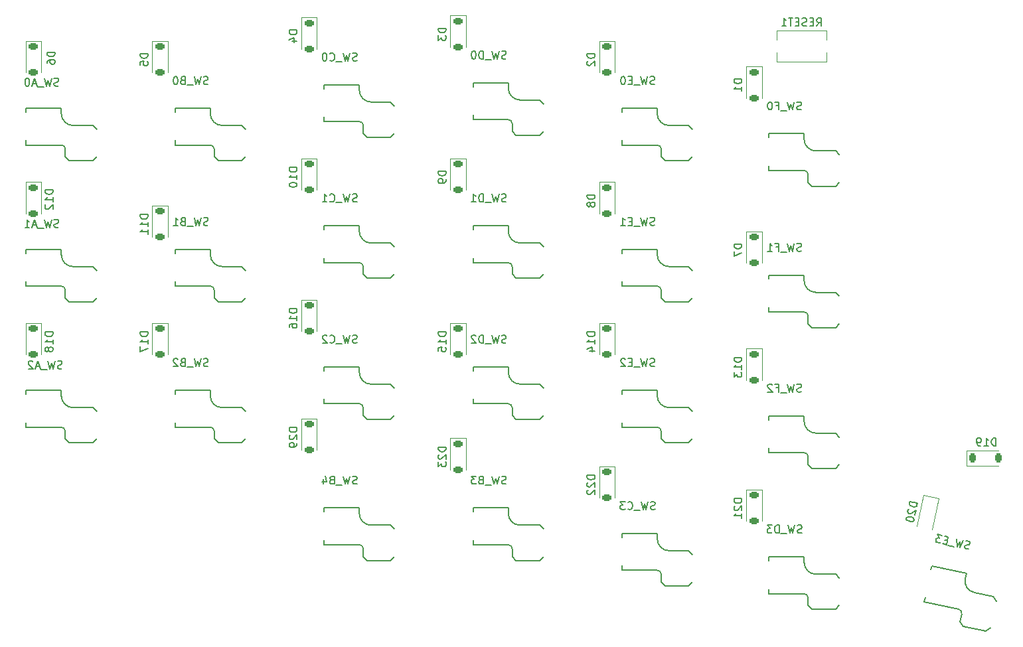
<source format=gbo>
%TF.GenerationSoftware,KiCad,Pcbnew,7.0.5-0*%
%TF.CreationDate,2023-08-03T20:32:26+09:30*%
%TF.ProjectId,Rolio,436f726e-6552-46f6-9c69-6f2e6b696361,rev?*%
%TF.SameCoordinates,Original*%
%TF.FileFunction,Legend,Bot*%
%TF.FilePolarity,Positive*%
%FSLAX46Y46*%
G04 Gerber Fmt 4.6, Leading zero omitted, Abs format (unit mm)*
G04 Created by KiCad (PCBNEW 7.0.5-0) date 2023-08-03 20:32:26*
%MOMM*%
%LPD*%
G01*
G04 APERTURE LIST*
G04 Aperture macros list*
%AMRoundRect*
0 Rectangle with rounded corners*
0 $1 Rounding radius*
0 $2 $3 $4 $5 $6 $7 $8 $9 X,Y pos of 4 corners*
0 Add a 4 corners polygon primitive as box body*
4,1,4,$2,$3,$4,$5,$6,$7,$8,$9,$2,$3,0*
0 Add four circle primitives for the rounded corners*
1,1,$1+$1,$2,$3*
1,1,$1+$1,$4,$5*
1,1,$1+$1,$6,$7*
1,1,$1+$1,$8,$9*
0 Add four rect primitives between the rounded corners*
20,1,$1+$1,$2,$3,$4,$5,0*
20,1,$1+$1,$4,$5,$6,$7,0*
20,1,$1+$1,$6,$7,$8,$9,0*
20,1,$1+$1,$8,$9,$2,$3,0*%
%AMRotRect*
0 Rectangle, with rotation*
0 The origin of the aperture is its center*
0 $1 length*
0 $2 width*
0 $3 Rotation angle, in degrees counterclockwise*
0 Add horizontal line*
21,1,$1,$2,0,0,$3*%
G04 Aperture macros list end*
%ADD10C,0.150000*%
%ADD11C,0.120000*%
%ADD12C,1.701800*%
%ADD13C,3.000000*%
%ADD14C,3.429000*%
%ADD15C,0.990600*%
%ADD16R,2.600000X2.600000*%
%ADD17C,4.300000*%
%ADD18R,1.700000X1.700000*%
%ADD19O,1.700000X1.700000*%
%ADD20C,1.500000*%
%ADD21C,1.600000*%
%ADD22C,0.900000*%
%ADD23R,1.600000X1.600000*%
%ADD24O,1.600000X1.600000*%
%ADD25RotRect,2.600000X2.600000X348.000000*%
%ADD26R,1.350000X1.350000*%
%ADD27O,1.350000X1.350000*%
%ADD28RoundRect,0.225000X-0.375000X0.225000X-0.375000X-0.225000X0.375000X-0.225000X0.375000X0.225000X0*%
%ADD29RoundRect,0.225000X-0.320025X0.298050X-0.413585X-0.142116X0.320025X-0.298050X0.413585X0.142116X0*%
%ADD30R,1.250000X1.000000*%
%ADD31RoundRect,0.225000X-0.225000X-0.375000X0.225000X-0.375000X0.225000X0.375000X-0.225000X0.375000X0*%
G04 APERTURE END LIST*
D10*
%TO.C,SW_B0*%
X78952285Y-44127200D02*
X78809428Y-44174819D01*
X78809428Y-44174819D02*
X78571333Y-44174819D01*
X78571333Y-44174819D02*
X78476095Y-44127200D01*
X78476095Y-44127200D02*
X78428476Y-44079580D01*
X78428476Y-44079580D02*
X78380857Y-43984342D01*
X78380857Y-43984342D02*
X78380857Y-43889104D01*
X78380857Y-43889104D02*
X78428476Y-43793866D01*
X78428476Y-43793866D02*
X78476095Y-43746247D01*
X78476095Y-43746247D02*
X78571333Y-43698628D01*
X78571333Y-43698628D02*
X78761809Y-43651009D01*
X78761809Y-43651009D02*
X78857047Y-43603390D01*
X78857047Y-43603390D02*
X78904666Y-43555771D01*
X78904666Y-43555771D02*
X78952285Y-43460533D01*
X78952285Y-43460533D02*
X78952285Y-43365295D01*
X78952285Y-43365295D02*
X78904666Y-43270057D01*
X78904666Y-43270057D02*
X78857047Y-43222438D01*
X78857047Y-43222438D02*
X78761809Y-43174819D01*
X78761809Y-43174819D02*
X78523714Y-43174819D01*
X78523714Y-43174819D02*
X78380857Y-43222438D01*
X78047523Y-43174819D02*
X77809428Y-44174819D01*
X77809428Y-44174819D02*
X77618952Y-43460533D01*
X77618952Y-43460533D02*
X77428476Y-44174819D01*
X77428476Y-44174819D02*
X77190381Y-43174819D01*
X77047524Y-44270057D02*
X76285619Y-44270057D01*
X75714190Y-43651009D02*
X75571333Y-43698628D01*
X75571333Y-43698628D02*
X75523714Y-43746247D01*
X75523714Y-43746247D02*
X75476095Y-43841485D01*
X75476095Y-43841485D02*
X75476095Y-43984342D01*
X75476095Y-43984342D02*
X75523714Y-44079580D01*
X75523714Y-44079580D02*
X75571333Y-44127200D01*
X75571333Y-44127200D02*
X75666571Y-44174819D01*
X75666571Y-44174819D02*
X76047523Y-44174819D01*
X76047523Y-44174819D02*
X76047523Y-43174819D01*
X76047523Y-43174819D02*
X75714190Y-43174819D01*
X75714190Y-43174819D02*
X75618952Y-43222438D01*
X75618952Y-43222438D02*
X75571333Y-43270057D01*
X75571333Y-43270057D02*
X75523714Y-43365295D01*
X75523714Y-43365295D02*
X75523714Y-43460533D01*
X75523714Y-43460533D02*
X75571333Y-43555771D01*
X75571333Y-43555771D02*
X75618952Y-43603390D01*
X75618952Y-43603390D02*
X75714190Y-43651009D01*
X75714190Y-43651009D02*
X76047523Y-43651009D01*
X74857047Y-43174819D02*
X74761809Y-43174819D01*
X74761809Y-43174819D02*
X74666571Y-43222438D01*
X74666571Y-43222438D02*
X74618952Y-43270057D01*
X74618952Y-43270057D02*
X74571333Y-43365295D01*
X74571333Y-43365295D02*
X74523714Y-43555771D01*
X74523714Y-43555771D02*
X74523714Y-43793866D01*
X74523714Y-43793866D02*
X74571333Y-43984342D01*
X74571333Y-43984342D02*
X74618952Y-44079580D01*
X74618952Y-44079580D02*
X74666571Y-44127200D01*
X74666571Y-44127200D02*
X74761809Y-44174819D01*
X74761809Y-44174819D02*
X74857047Y-44174819D01*
X74857047Y-44174819D02*
X74952285Y-44127200D01*
X74952285Y-44127200D02*
X74999904Y-44079580D01*
X74999904Y-44079580D02*
X75047523Y-43984342D01*
X75047523Y-43984342D02*
X75095142Y-43793866D01*
X75095142Y-43793866D02*
X75095142Y-43555771D01*
X75095142Y-43555771D02*
X75047523Y-43365295D01*
X75047523Y-43365295D02*
X74999904Y-43270057D01*
X74999904Y-43270057D02*
X74952285Y-43222438D01*
X74952285Y-43222438D02*
X74857047Y-43174819D01*
%TO.C,SW_B3*%
X116952285Y-95127200D02*
X116809428Y-95174819D01*
X116809428Y-95174819D02*
X116571333Y-95174819D01*
X116571333Y-95174819D02*
X116476095Y-95127200D01*
X116476095Y-95127200D02*
X116428476Y-95079580D01*
X116428476Y-95079580D02*
X116380857Y-94984342D01*
X116380857Y-94984342D02*
X116380857Y-94889104D01*
X116380857Y-94889104D02*
X116428476Y-94793866D01*
X116428476Y-94793866D02*
X116476095Y-94746247D01*
X116476095Y-94746247D02*
X116571333Y-94698628D01*
X116571333Y-94698628D02*
X116761809Y-94651009D01*
X116761809Y-94651009D02*
X116857047Y-94603390D01*
X116857047Y-94603390D02*
X116904666Y-94555771D01*
X116904666Y-94555771D02*
X116952285Y-94460533D01*
X116952285Y-94460533D02*
X116952285Y-94365295D01*
X116952285Y-94365295D02*
X116904666Y-94270057D01*
X116904666Y-94270057D02*
X116857047Y-94222438D01*
X116857047Y-94222438D02*
X116761809Y-94174819D01*
X116761809Y-94174819D02*
X116523714Y-94174819D01*
X116523714Y-94174819D02*
X116380857Y-94222438D01*
X116047523Y-94174819D02*
X115809428Y-95174819D01*
X115809428Y-95174819D02*
X115618952Y-94460533D01*
X115618952Y-94460533D02*
X115428476Y-95174819D01*
X115428476Y-95174819D02*
X115190381Y-94174819D01*
X115047524Y-95270057D02*
X114285619Y-95270057D01*
X113714190Y-94651009D02*
X113571333Y-94698628D01*
X113571333Y-94698628D02*
X113523714Y-94746247D01*
X113523714Y-94746247D02*
X113476095Y-94841485D01*
X113476095Y-94841485D02*
X113476095Y-94984342D01*
X113476095Y-94984342D02*
X113523714Y-95079580D01*
X113523714Y-95079580D02*
X113571333Y-95127200D01*
X113571333Y-95127200D02*
X113666571Y-95174819D01*
X113666571Y-95174819D02*
X114047523Y-95174819D01*
X114047523Y-95174819D02*
X114047523Y-94174819D01*
X114047523Y-94174819D02*
X113714190Y-94174819D01*
X113714190Y-94174819D02*
X113618952Y-94222438D01*
X113618952Y-94222438D02*
X113571333Y-94270057D01*
X113571333Y-94270057D02*
X113523714Y-94365295D01*
X113523714Y-94365295D02*
X113523714Y-94460533D01*
X113523714Y-94460533D02*
X113571333Y-94555771D01*
X113571333Y-94555771D02*
X113618952Y-94603390D01*
X113618952Y-94603390D02*
X113714190Y-94651009D01*
X113714190Y-94651009D02*
X114047523Y-94651009D01*
X113142761Y-94174819D02*
X112523714Y-94174819D01*
X112523714Y-94174819D02*
X112857047Y-94555771D01*
X112857047Y-94555771D02*
X112714190Y-94555771D01*
X112714190Y-94555771D02*
X112618952Y-94603390D01*
X112618952Y-94603390D02*
X112571333Y-94651009D01*
X112571333Y-94651009D02*
X112523714Y-94746247D01*
X112523714Y-94746247D02*
X112523714Y-94984342D01*
X112523714Y-94984342D02*
X112571333Y-95079580D01*
X112571333Y-95079580D02*
X112618952Y-95127200D01*
X112618952Y-95127200D02*
X112714190Y-95174819D01*
X112714190Y-95174819D02*
X112999904Y-95174819D01*
X112999904Y-95174819D02*
X113095142Y-95127200D01*
X113095142Y-95127200D02*
X113142761Y-95079580D01*
%TO.C,SW_B4*%
X97952285Y-95127200D02*
X97809428Y-95174819D01*
X97809428Y-95174819D02*
X97571333Y-95174819D01*
X97571333Y-95174819D02*
X97476095Y-95127200D01*
X97476095Y-95127200D02*
X97428476Y-95079580D01*
X97428476Y-95079580D02*
X97380857Y-94984342D01*
X97380857Y-94984342D02*
X97380857Y-94889104D01*
X97380857Y-94889104D02*
X97428476Y-94793866D01*
X97428476Y-94793866D02*
X97476095Y-94746247D01*
X97476095Y-94746247D02*
X97571333Y-94698628D01*
X97571333Y-94698628D02*
X97761809Y-94651009D01*
X97761809Y-94651009D02*
X97857047Y-94603390D01*
X97857047Y-94603390D02*
X97904666Y-94555771D01*
X97904666Y-94555771D02*
X97952285Y-94460533D01*
X97952285Y-94460533D02*
X97952285Y-94365295D01*
X97952285Y-94365295D02*
X97904666Y-94270057D01*
X97904666Y-94270057D02*
X97857047Y-94222438D01*
X97857047Y-94222438D02*
X97761809Y-94174819D01*
X97761809Y-94174819D02*
X97523714Y-94174819D01*
X97523714Y-94174819D02*
X97380857Y-94222438D01*
X97047523Y-94174819D02*
X96809428Y-95174819D01*
X96809428Y-95174819D02*
X96618952Y-94460533D01*
X96618952Y-94460533D02*
X96428476Y-95174819D01*
X96428476Y-95174819D02*
X96190381Y-94174819D01*
X96047524Y-95270057D02*
X95285619Y-95270057D01*
X94714190Y-94651009D02*
X94571333Y-94698628D01*
X94571333Y-94698628D02*
X94523714Y-94746247D01*
X94523714Y-94746247D02*
X94476095Y-94841485D01*
X94476095Y-94841485D02*
X94476095Y-94984342D01*
X94476095Y-94984342D02*
X94523714Y-95079580D01*
X94523714Y-95079580D02*
X94571333Y-95127200D01*
X94571333Y-95127200D02*
X94666571Y-95174819D01*
X94666571Y-95174819D02*
X95047523Y-95174819D01*
X95047523Y-95174819D02*
X95047523Y-94174819D01*
X95047523Y-94174819D02*
X94714190Y-94174819D01*
X94714190Y-94174819D02*
X94618952Y-94222438D01*
X94618952Y-94222438D02*
X94571333Y-94270057D01*
X94571333Y-94270057D02*
X94523714Y-94365295D01*
X94523714Y-94365295D02*
X94523714Y-94460533D01*
X94523714Y-94460533D02*
X94571333Y-94555771D01*
X94571333Y-94555771D02*
X94618952Y-94603390D01*
X94618952Y-94603390D02*
X94714190Y-94651009D01*
X94714190Y-94651009D02*
X95047523Y-94651009D01*
X93618952Y-94508152D02*
X93618952Y-95174819D01*
X93857047Y-94127200D02*
X94095142Y-94841485D01*
X94095142Y-94841485D02*
X93476095Y-94841485D01*
%TO.C,SW_C1*%
X97952285Y-59127200D02*
X97809428Y-59174819D01*
X97809428Y-59174819D02*
X97571333Y-59174819D01*
X97571333Y-59174819D02*
X97476095Y-59127200D01*
X97476095Y-59127200D02*
X97428476Y-59079580D01*
X97428476Y-59079580D02*
X97380857Y-58984342D01*
X97380857Y-58984342D02*
X97380857Y-58889104D01*
X97380857Y-58889104D02*
X97428476Y-58793866D01*
X97428476Y-58793866D02*
X97476095Y-58746247D01*
X97476095Y-58746247D02*
X97571333Y-58698628D01*
X97571333Y-58698628D02*
X97761809Y-58651009D01*
X97761809Y-58651009D02*
X97857047Y-58603390D01*
X97857047Y-58603390D02*
X97904666Y-58555771D01*
X97904666Y-58555771D02*
X97952285Y-58460533D01*
X97952285Y-58460533D02*
X97952285Y-58365295D01*
X97952285Y-58365295D02*
X97904666Y-58270057D01*
X97904666Y-58270057D02*
X97857047Y-58222438D01*
X97857047Y-58222438D02*
X97761809Y-58174819D01*
X97761809Y-58174819D02*
X97523714Y-58174819D01*
X97523714Y-58174819D02*
X97380857Y-58222438D01*
X97047523Y-58174819D02*
X96809428Y-59174819D01*
X96809428Y-59174819D02*
X96618952Y-58460533D01*
X96618952Y-58460533D02*
X96428476Y-59174819D01*
X96428476Y-59174819D02*
X96190381Y-58174819D01*
X96047524Y-59270057D02*
X95285619Y-59270057D01*
X94476095Y-59079580D02*
X94523714Y-59127200D01*
X94523714Y-59127200D02*
X94666571Y-59174819D01*
X94666571Y-59174819D02*
X94761809Y-59174819D01*
X94761809Y-59174819D02*
X94904666Y-59127200D01*
X94904666Y-59127200D02*
X94999904Y-59031961D01*
X94999904Y-59031961D02*
X95047523Y-58936723D01*
X95047523Y-58936723D02*
X95095142Y-58746247D01*
X95095142Y-58746247D02*
X95095142Y-58603390D01*
X95095142Y-58603390D02*
X95047523Y-58412914D01*
X95047523Y-58412914D02*
X94999904Y-58317676D01*
X94999904Y-58317676D02*
X94904666Y-58222438D01*
X94904666Y-58222438D02*
X94761809Y-58174819D01*
X94761809Y-58174819D02*
X94666571Y-58174819D01*
X94666571Y-58174819D02*
X94523714Y-58222438D01*
X94523714Y-58222438D02*
X94476095Y-58270057D01*
X93523714Y-59174819D02*
X94095142Y-59174819D01*
X93809428Y-59174819D02*
X93809428Y-58174819D01*
X93809428Y-58174819D02*
X93904666Y-58317676D01*
X93904666Y-58317676D02*
X93999904Y-58412914D01*
X93999904Y-58412914D02*
X94095142Y-58460533D01*
%TO.C,SW_B1*%
X78952285Y-62127200D02*
X78809428Y-62174819D01*
X78809428Y-62174819D02*
X78571333Y-62174819D01*
X78571333Y-62174819D02*
X78476095Y-62127200D01*
X78476095Y-62127200D02*
X78428476Y-62079580D01*
X78428476Y-62079580D02*
X78380857Y-61984342D01*
X78380857Y-61984342D02*
X78380857Y-61889104D01*
X78380857Y-61889104D02*
X78428476Y-61793866D01*
X78428476Y-61793866D02*
X78476095Y-61746247D01*
X78476095Y-61746247D02*
X78571333Y-61698628D01*
X78571333Y-61698628D02*
X78761809Y-61651009D01*
X78761809Y-61651009D02*
X78857047Y-61603390D01*
X78857047Y-61603390D02*
X78904666Y-61555771D01*
X78904666Y-61555771D02*
X78952285Y-61460533D01*
X78952285Y-61460533D02*
X78952285Y-61365295D01*
X78952285Y-61365295D02*
X78904666Y-61270057D01*
X78904666Y-61270057D02*
X78857047Y-61222438D01*
X78857047Y-61222438D02*
X78761809Y-61174819D01*
X78761809Y-61174819D02*
X78523714Y-61174819D01*
X78523714Y-61174819D02*
X78380857Y-61222438D01*
X78047523Y-61174819D02*
X77809428Y-62174819D01*
X77809428Y-62174819D02*
X77618952Y-61460533D01*
X77618952Y-61460533D02*
X77428476Y-62174819D01*
X77428476Y-62174819D02*
X77190381Y-61174819D01*
X77047524Y-62270057D02*
X76285619Y-62270057D01*
X75714190Y-61651009D02*
X75571333Y-61698628D01*
X75571333Y-61698628D02*
X75523714Y-61746247D01*
X75523714Y-61746247D02*
X75476095Y-61841485D01*
X75476095Y-61841485D02*
X75476095Y-61984342D01*
X75476095Y-61984342D02*
X75523714Y-62079580D01*
X75523714Y-62079580D02*
X75571333Y-62127200D01*
X75571333Y-62127200D02*
X75666571Y-62174819D01*
X75666571Y-62174819D02*
X76047523Y-62174819D01*
X76047523Y-62174819D02*
X76047523Y-61174819D01*
X76047523Y-61174819D02*
X75714190Y-61174819D01*
X75714190Y-61174819D02*
X75618952Y-61222438D01*
X75618952Y-61222438D02*
X75571333Y-61270057D01*
X75571333Y-61270057D02*
X75523714Y-61365295D01*
X75523714Y-61365295D02*
X75523714Y-61460533D01*
X75523714Y-61460533D02*
X75571333Y-61555771D01*
X75571333Y-61555771D02*
X75618952Y-61603390D01*
X75618952Y-61603390D02*
X75714190Y-61651009D01*
X75714190Y-61651009D02*
X76047523Y-61651009D01*
X74523714Y-62174819D02*
X75095142Y-62174819D01*
X74809428Y-62174819D02*
X74809428Y-61174819D01*
X74809428Y-61174819D02*
X74904666Y-61317676D01*
X74904666Y-61317676D02*
X74999904Y-61412914D01*
X74999904Y-61412914D02*
X75095142Y-61460533D01*
%TO.C,SW_F0*%
X154613756Y-47377200D02*
X154470899Y-47424819D01*
X154470899Y-47424819D02*
X154232804Y-47424819D01*
X154232804Y-47424819D02*
X154137566Y-47377200D01*
X154137566Y-47377200D02*
X154089947Y-47329580D01*
X154089947Y-47329580D02*
X154042328Y-47234342D01*
X154042328Y-47234342D02*
X154042328Y-47139104D01*
X154042328Y-47139104D02*
X154089947Y-47043866D01*
X154089947Y-47043866D02*
X154137566Y-46996247D01*
X154137566Y-46996247D02*
X154232804Y-46948628D01*
X154232804Y-46948628D02*
X154423280Y-46901009D01*
X154423280Y-46901009D02*
X154518518Y-46853390D01*
X154518518Y-46853390D02*
X154566137Y-46805771D01*
X154566137Y-46805771D02*
X154613756Y-46710533D01*
X154613756Y-46710533D02*
X154613756Y-46615295D01*
X154613756Y-46615295D02*
X154566137Y-46520057D01*
X154566137Y-46520057D02*
X154518518Y-46472438D01*
X154518518Y-46472438D02*
X154423280Y-46424819D01*
X154423280Y-46424819D02*
X154185185Y-46424819D01*
X154185185Y-46424819D02*
X154042328Y-46472438D01*
X153708994Y-46424819D02*
X153470899Y-47424819D01*
X153470899Y-47424819D02*
X153280423Y-46710533D01*
X153280423Y-46710533D02*
X153089947Y-47424819D01*
X153089947Y-47424819D02*
X152851852Y-46424819D01*
X152708995Y-47520057D02*
X151947090Y-47520057D01*
X151375661Y-46901009D02*
X151708994Y-46901009D01*
X151708994Y-47424819D02*
X151708994Y-46424819D01*
X151708994Y-46424819D02*
X151232804Y-46424819D01*
X150661375Y-46424819D02*
X150566137Y-46424819D01*
X150566137Y-46424819D02*
X150470899Y-46472438D01*
X150470899Y-46472438D02*
X150423280Y-46520057D01*
X150423280Y-46520057D02*
X150375661Y-46615295D01*
X150375661Y-46615295D02*
X150328042Y-46805771D01*
X150328042Y-46805771D02*
X150328042Y-47043866D01*
X150328042Y-47043866D02*
X150375661Y-47234342D01*
X150375661Y-47234342D02*
X150423280Y-47329580D01*
X150423280Y-47329580D02*
X150470899Y-47377200D01*
X150470899Y-47377200D02*
X150566137Y-47424819D01*
X150566137Y-47424819D02*
X150661375Y-47424819D01*
X150661375Y-47424819D02*
X150756613Y-47377200D01*
X150756613Y-47377200D02*
X150804232Y-47329580D01*
X150804232Y-47329580D02*
X150851851Y-47234342D01*
X150851851Y-47234342D02*
X150899470Y-47043866D01*
X150899470Y-47043866D02*
X150899470Y-46805771D01*
X150899470Y-46805771D02*
X150851851Y-46615295D01*
X150851851Y-46615295D02*
X150804232Y-46520057D01*
X150804232Y-46520057D02*
X150756613Y-46472438D01*
X150756613Y-46472438D02*
X150661375Y-46424819D01*
%TO.C,SW_A2*%
X60308856Y-80417200D02*
X60165999Y-80464819D01*
X60165999Y-80464819D02*
X59927904Y-80464819D01*
X59927904Y-80464819D02*
X59832666Y-80417200D01*
X59832666Y-80417200D02*
X59785047Y-80369580D01*
X59785047Y-80369580D02*
X59737428Y-80274342D01*
X59737428Y-80274342D02*
X59737428Y-80179104D01*
X59737428Y-80179104D02*
X59785047Y-80083866D01*
X59785047Y-80083866D02*
X59832666Y-80036247D01*
X59832666Y-80036247D02*
X59927904Y-79988628D01*
X59927904Y-79988628D02*
X60118380Y-79941009D01*
X60118380Y-79941009D02*
X60213618Y-79893390D01*
X60213618Y-79893390D02*
X60261237Y-79845771D01*
X60261237Y-79845771D02*
X60308856Y-79750533D01*
X60308856Y-79750533D02*
X60308856Y-79655295D01*
X60308856Y-79655295D02*
X60261237Y-79560057D01*
X60261237Y-79560057D02*
X60213618Y-79512438D01*
X60213618Y-79512438D02*
X60118380Y-79464819D01*
X60118380Y-79464819D02*
X59880285Y-79464819D01*
X59880285Y-79464819D02*
X59737428Y-79512438D01*
X59404094Y-79464819D02*
X59165999Y-80464819D01*
X59165999Y-80464819D02*
X58975523Y-79750533D01*
X58975523Y-79750533D02*
X58785047Y-80464819D01*
X58785047Y-80464819D02*
X58546952Y-79464819D01*
X58404095Y-80560057D02*
X57642190Y-80560057D01*
X57451713Y-80179104D02*
X56975523Y-80179104D01*
X57546951Y-80464819D02*
X57213618Y-79464819D01*
X57213618Y-79464819D02*
X56880285Y-80464819D01*
X56594570Y-79560057D02*
X56546951Y-79512438D01*
X56546951Y-79512438D02*
X56451713Y-79464819D01*
X56451713Y-79464819D02*
X56213618Y-79464819D01*
X56213618Y-79464819D02*
X56118380Y-79512438D01*
X56118380Y-79512438D02*
X56070761Y-79560057D01*
X56070761Y-79560057D02*
X56023142Y-79655295D01*
X56023142Y-79655295D02*
X56023142Y-79750533D01*
X56023142Y-79750533D02*
X56070761Y-79893390D01*
X56070761Y-79893390D02*
X56642189Y-80464819D01*
X56642189Y-80464819D02*
X56023142Y-80464819D01*
%TO.C,SW_D1*%
X116952285Y-59127200D02*
X116809428Y-59174819D01*
X116809428Y-59174819D02*
X116571333Y-59174819D01*
X116571333Y-59174819D02*
X116476095Y-59127200D01*
X116476095Y-59127200D02*
X116428476Y-59079580D01*
X116428476Y-59079580D02*
X116380857Y-58984342D01*
X116380857Y-58984342D02*
X116380857Y-58889104D01*
X116380857Y-58889104D02*
X116428476Y-58793866D01*
X116428476Y-58793866D02*
X116476095Y-58746247D01*
X116476095Y-58746247D02*
X116571333Y-58698628D01*
X116571333Y-58698628D02*
X116761809Y-58651009D01*
X116761809Y-58651009D02*
X116857047Y-58603390D01*
X116857047Y-58603390D02*
X116904666Y-58555771D01*
X116904666Y-58555771D02*
X116952285Y-58460533D01*
X116952285Y-58460533D02*
X116952285Y-58365295D01*
X116952285Y-58365295D02*
X116904666Y-58270057D01*
X116904666Y-58270057D02*
X116857047Y-58222438D01*
X116857047Y-58222438D02*
X116761809Y-58174819D01*
X116761809Y-58174819D02*
X116523714Y-58174819D01*
X116523714Y-58174819D02*
X116380857Y-58222438D01*
X116047523Y-58174819D02*
X115809428Y-59174819D01*
X115809428Y-59174819D02*
X115618952Y-58460533D01*
X115618952Y-58460533D02*
X115428476Y-59174819D01*
X115428476Y-59174819D02*
X115190381Y-58174819D01*
X115047524Y-59270057D02*
X114285619Y-59270057D01*
X114047523Y-59174819D02*
X114047523Y-58174819D01*
X114047523Y-58174819D02*
X113809428Y-58174819D01*
X113809428Y-58174819D02*
X113666571Y-58222438D01*
X113666571Y-58222438D02*
X113571333Y-58317676D01*
X113571333Y-58317676D02*
X113523714Y-58412914D01*
X113523714Y-58412914D02*
X113476095Y-58603390D01*
X113476095Y-58603390D02*
X113476095Y-58746247D01*
X113476095Y-58746247D02*
X113523714Y-58936723D01*
X113523714Y-58936723D02*
X113571333Y-59031961D01*
X113571333Y-59031961D02*
X113666571Y-59127200D01*
X113666571Y-59127200D02*
X113809428Y-59174819D01*
X113809428Y-59174819D02*
X114047523Y-59174819D01*
X112523714Y-59174819D02*
X113095142Y-59174819D01*
X112809428Y-59174819D02*
X112809428Y-58174819D01*
X112809428Y-58174819D02*
X112904666Y-58317676D01*
X112904666Y-58317676D02*
X112999904Y-58412914D01*
X112999904Y-58412914D02*
X113095142Y-58460533D01*
%TO.C,SW_E2*%
X135904666Y-80127200D02*
X135761809Y-80174819D01*
X135761809Y-80174819D02*
X135523714Y-80174819D01*
X135523714Y-80174819D02*
X135428476Y-80127200D01*
X135428476Y-80127200D02*
X135380857Y-80079580D01*
X135380857Y-80079580D02*
X135333238Y-79984342D01*
X135333238Y-79984342D02*
X135333238Y-79889104D01*
X135333238Y-79889104D02*
X135380857Y-79793866D01*
X135380857Y-79793866D02*
X135428476Y-79746247D01*
X135428476Y-79746247D02*
X135523714Y-79698628D01*
X135523714Y-79698628D02*
X135714190Y-79651009D01*
X135714190Y-79651009D02*
X135809428Y-79603390D01*
X135809428Y-79603390D02*
X135857047Y-79555771D01*
X135857047Y-79555771D02*
X135904666Y-79460533D01*
X135904666Y-79460533D02*
X135904666Y-79365295D01*
X135904666Y-79365295D02*
X135857047Y-79270057D01*
X135857047Y-79270057D02*
X135809428Y-79222438D01*
X135809428Y-79222438D02*
X135714190Y-79174819D01*
X135714190Y-79174819D02*
X135476095Y-79174819D01*
X135476095Y-79174819D02*
X135333238Y-79222438D01*
X134999904Y-79174819D02*
X134761809Y-80174819D01*
X134761809Y-80174819D02*
X134571333Y-79460533D01*
X134571333Y-79460533D02*
X134380857Y-80174819D01*
X134380857Y-80174819D02*
X134142762Y-79174819D01*
X133999905Y-80270057D02*
X133238000Y-80270057D01*
X132999904Y-79651009D02*
X132666571Y-79651009D01*
X132523714Y-80174819D02*
X132999904Y-80174819D01*
X132999904Y-80174819D02*
X132999904Y-79174819D01*
X132999904Y-79174819D02*
X132523714Y-79174819D01*
X132142761Y-79270057D02*
X132095142Y-79222438D01*
X132095142Y-79222438D02*
X131999904Y-79174819D01*
X131999904Y-79174819D02*
X131761809Y-79174819D01*
X131761809Y-79174819D02*
X131666571Y-79222438D01*
X131666571Y-79222438D02*
X131618952Y-79270057D01*
X131618952Y-79270057D02*
X131571333Y-79365295D01*
X131571333Y-79365295D02*
X131571333Y-79460533D01*
X131571333Y-79460533D02*
X131618952Y-79603390D01*
X131618952Y-79603390D02*
X132190380Y-80174819D01*
X132190380Y-80174819D02*
X131571333Y-80174819D01*
%TO.C,SW_D2*%
X116952285Y-77127200D02*
X116809428Y-77174819D01*
X116809428Y-77174819D02*
X116571333Y-77174819D01*
X116571333Y-77174819D02*
X116476095Y-77127200D01*
X116476095Y-77127200D02*
X116428476Y-77079580D01*
X116428476Y-77079580D02*
X116380857Y-76984342D01*
X116380857Y-76984342D02*
X116380857Y-76889104D01*
X116380857Y-76889104D02*
X116428476Y-76793866D01*
X116428476Y-76793866D02*
X116476095Y-76746247D01*
X116476095Y-76746247D02*
X116571333Y-76698628D01*
X116571333Y-76698628D02*
X116761809Y-76651009D01*
X116761809Y-76651009D02*
X116857047Y-76603390D01*
X116857047Y-76603390D02*
X116904666Y-76555771D01*
X116904666Y-76555771D02*
X116952285Y-76460533D01*
X116952285Y-76460533D02*
X116952285Y-76365295D01*
X116952285Y-76365295D02*
X116904666Y-76270057D01*
X116904666Y-76270057D02*
X116857047Y-76222438D01*
X116857047Y-76222438D02*
X116761809Y-76174819D01*
X116761809Y-76174819D02*
X116523714Y-76174819D01*
X116523714Y-76174819D02*
X116380857Y-76222438D01*
X116047523Y-76174819D02*
X115809428Y-77174819D01*
X115809428Y-77174819D02*
X115618952Y-76460533D01*
X115618952Y-76460533D02*
X115428476Y-77174819D01*
X115428476Y-77174819D02*
X115190381Y-76174819D01*
X115047524Y-77270057D02*
X114285619Y-77270057D01*
X114047523Y-77174819D02*
X114047523Y-76174819D01*
X114047523Y-76174819D02*
X113809428Y-76174819D01*
X113809428Y-76174819D02*
X113666571Y-76222438D01*
X113666571Y-76222438D02*
X113571333Y-76317676D01*
X113571333Y-76317676D02*
X113523714Y-76412914D01*
X113523714Y-76412914D02*
X113476095Y-76603390D01*
X113476095Y-76603390D02*
X113476095Y-76746247D01*
X113476095Y-76746247D02*
X113523714Y-76936723D01*
X113523714Y-76936723D02*
X113571333Y-77031961D01*
X113571333Y-77031961D02*
X113666571Y-77127200D01*
X113666571Y-77127200D02*
X113809428Y-77174819D01*
X113809428Y-77174819D02*
X114047523Y-77174819D01*
X113095142Y-76270057D02*
X113047523Y-76222438D01*
X113047523Y-76222438D02*
X112952285Y-76174819D01*
X112952285Y-76174819D02*
X112714190Y-76174819D01*
X112714190Y-76174819D02*
X112618952Y-76222438D01*
X112618952Y-76222438D02*
X112571333Y-76270057D01*
X112571333Y-76270057D02*
X112523714Y-76365295D01*
X112523714Y-76365295D02*
X112523714Y-76460533D01*
X112523714Y-76460533D02*
X112571333Y-76603390D01*
X112571333Y-76603390D02*
X113142761Y-77174819D01*
X113142761Y-77174819D02*
X112523714Y-77174819D01*
%TO.C,SW_E0*%
X135904666Y-44127200D02*
X135761809Y-44174819D01*
X135761809Y-44174819D02*
X135523714Y-44174819D01*
X135523714Y-44174819D02*
X135428476Y-44127200D01*
X135428476Y-44127200D02*
X135380857Y-44079580D01*
X135380857Y-44079580D02*
X135333238Y-43984342D01*
X135333238Y-43984342D02*
X135333238Y-43889104D01*
X135333238Y-43889104D02*
X135380857Y-43793866D01*
X135380857Y-43793866D02*
X135428476Y-43746247D01*
X135428476Y-43746247D02*
X135523714Y-43698628D01*
X135523714Y-43698628D02*
X135714190Y-43651009D01*
X135714190Y-43651009D02*
X135809428Y-43603390D01*
X135809428Y-43603390D02*
X135857047Y-43555771D01*
X135857047Y-43555771D02*
X135904666Y-43460533D01*
X135904666Y-43460533D02*
X135904666Y-43365295D01*
X135904666Y-43365295D02*
X135857047Y-43270057D01*
X135857047Y-43270057D02*
X135809428Y-43222438D01*
X135809428Y-43222438D02*
X135714190Y-43174819D01*
X135714190Y-43174819D02*
X135476095Y-43174819D01*
X135476095Y-43174819D02*
X135333238Y-43222438D01*
X134999904Y-43174819D02*
X134761809Y-44174819D01*
X134761809Y-44174819D02*
X134571333Y-43460533D01*
X134571333Y-43460533D02*
X134380857Y-44174819D01*
X134380857Y-44174819D02*
X134142762Y-43174819D01*
X133999905Y-44270057D02*
X133238000Y-44270057D01*
X132999904Y-43651009D02*
X132666571Y-43651009D01*
X132523714Y-44174819D02*
X132999904Y-44174819D01*
X132999904Y-44174819D02*
X132999904Y-43174819D01*
X132999904Y-43174819D02*
X132523714Y-43174819D01*
X131904666Y-43174819D02*
X131809428Y-43174819D01*
X131809428Y-43174819D02*
X131714190Y-43222438D01*
X131714190Y-43222438D02*
X131666571Y-43270057D01*
X131666571Y-43270057D02*
X131618952Y-43365295D01*
X131618952Y-43365295D02*
X131571333Y-43555771D01*
X131571333Y-43555771D02*
X131571333Y-43793866D01*
X131571333Y-43793866D02*
X131618952Y-43984342D01*
X131618952Y-43984342D02*
X131666571Y-44079580D01*
X131666571Y-44079580D02*
X131714190Y-44127200D01*
X131714190Y-44127200D02*
X131809428Y-44174819D01*
X131809428Y-44174819D02*
X131904666Y-44174819D01*
X131904666Y-44174819D02*
X131999904Y-44127200D01*
X131999904Y-44127200D02*
X132047523Y-44079580D01*
X132047523Y-44079580D02*
X132095142Y-43984342D01*
X132095142Y-43984342D02*
X132142761Y-43793866D01*
X132142761Y-43793866D02*
X132142761Y-43555771D01*
X132142761Y-43555771D02*
X132095142Y-43365295D01*
X132095142Y-43365295D02*
X132047523Y-43270057D01*
X132047523Y-43270057D02*
X131999904Y-43222438D01*
X131999904Y-43222438D02*
X131904666Y-43174819D01*
%TO.C,SW_A1*%
X59880856Y-62383200D02*
X59737999Y-62430819D01*
X59737999Y-62430819D02*
X59499904Y-62430819D01*
X59499904Y-62430819D02*
X59404666Y-62383200D01*
X59404666Y-62383200D02*
X59357047Y-62335580D01*
X59357047Y-62335580D02*
X59309428Y-62240342D01*
X59309428Y-62240342D02*
X59309428Y-62145104D01*
X59309428Y-62145104D02*
X59357047Y-62049866D01*
X59357047Y-62049866D02*
X59404666Y-62002247D01*
X59404666Y-62002247D02*
X59499904Y-61954628D01*
X59499904Y-61954628D02*
X59690380Y-61907009D01*
X59690380Y-61907009D02*
X59785618Y-61859390D01*
X59785618Y-61859390D02*
X59833237Y-61811771D01*
X59833237Y-61811771D02*
X59880856Y-61716533D01*
X59880856Y-61716533D02*
X59880856Y-61621295D01*
X59880856Y-61621295D02*
X59833237Y-61526057D01*
X59833237Y-61526057D02*
X59785618Y-61478438D01*
X59785618Y-61478438D02*
X59690380Y-61430819D01*
X59690380Y-61430819D02*
X59452285Y-61430819D01*
X59452285Y-61430819D02*
X59309428Y-61478438D01*
X58976094Y-61430819D02*
X58737999Y-62430819D01*
X58737999Y-62430819D02*
X58547523Y-61716533D01*
X58547523Y-61716533D02*
X58357047Y-62430819D01*
X58357047Y-62430819D02*
X58118952Y-61430819D01*
X57976095Y-62526057D02*
X57214190Y-62526057D01*
X57023713Y-62145104D02*
X56547523Y-62145104D01*
X57118951Y-62430819D02*
X56785618Y-61430819D01*
X56785618Y-61430819D02*
X56452285Y-62430819D01*
X55595142Y-62430819D02*
X56166570Y-62430819D01*
X55880856Y-62430819D02*
X55880856Y-61430819D01*
X55880856Y-61430819D02*
X55976094Y-61573676D01*
X55976094Y-61573676D02*
X56071332Y-61668914D01*
X56071332Y-61668914D02*
X56166570Y-61716533D01*
%TO.C,SW_A0*%
X59880856Y-44349200D02*
X59737999Y-44396819D01*
X59737999Y-44396819D02*
X59499904Y-44396819D01*
X59499904Y-44396819D02*
X59404666Y-44349200D01*
X59404666Y-44349200D02*
X59357047Y-44301580D01*
X59357047Y-44301580D02*
X59309428Y-44206342D01*
X59309428Y-44206342D02*
X59309428Y-44111104D01*
X59309428Y-44111104D02*
X59357047Y-44015866D01*
X59357047Y-44015866D02*
X59404666Y-43968247D01*
X59404666Y-43968247D02*
X59499904Y-43920628D01*
X59499904Y-43920628D02*
X59690380Y-43873009D01*
X59690380Y-43873009D02*
X59785618Y-43825390D01*
X59785618Y-43825390D02*
X59833237Y-43777771D01*
X59833237Y-43777771D02*
X59880856Y-43682533D01*
X59880856Y-43682533D02*
X59880856Y-43587295D01*
X59880856Y-43587295D02*
X59833237Y-43492057D01*
X59833237Y-43492057D02*
X59785618Y-43444438D01*
X59785618Y-43444438D02*
X59690380Y-43396819D01*
X59690380Y-43396819D02*
X59452285Y-43396819D01*
X59452285Y-43396819D02*
X59309428Y-43444438D01*
X58976094Y-43396819D02*
X58737999Y-44396819D01*
X58737999Y-44396819D02*
X58547523Y-43682533D01*
X58547523Y-43682533D02*
X58357047Y-44396819D01*
X58357047Y-44396819D02*
X58118952Y-43396819D01*
X57976095Y-44492057D02*
X57214190Y-44492057D01*
X57023713Y-44111104D02*
X56547523Y-44111104D01*
X57118951Y-44396819D02*
X56785618Y-43396819D01*
X56785618Y-43396819D02*
X56452285Y-44396819D01*
X55928475Y-43396819D02*
X55833237Y-43396819D01*
X55833237Y-43396819D02*
X55737999Y-43444438D01*
X55737999Y-43444438D02*
X55690380Y-43492057D01*
X55690380Y-43492057D02*
X55642761Y-43587295D01*
X55642761Y-43587295D02*
X55595142Y-43777771D01*
X55595142Y-43777771D02*
X55595142Y-44015866D01*
X55595142Y-44015866D02*
X55642761Y-44206342D01*
X55642761Y-44206342D02*
X55690380Y-44301580D01*
X55690380Y-44301580D02*
X55737999Y-44349200D01*
X55737999Y-44349200D02*
X55833237Y-44396819D01*
X55833237Y-44396819D02*
X55928475Y-44396819D01*
X55928475Y-44396819D02*
X56023713Y-44349200D01*
X56023713Y-44349200D02*
X56071332Y-44301580D01*
X56071332Y-44301580D02*
X56118951Y-44206342D01*
X56118951Y-44206342D02*
X56166570Y-44015866D01*
X56166570Y-44015866D02*
X56166570Y-43777771D01*
X56166570Y-43777771D02*
X56118951Y-43587295D01*
X56118951Y-43587295D02*
X56071332Y-43492057D01*
X56071332Y-43492057D02*
X56023713Y-43444438D01*
X56023713Y-43444438D02*
X55928475Y-43396819D01*
%TO.C,SW_F2*%
X154613756Y-83377200D02*
X154470899Y-83424819D01*
X154470899Y-83424819D02*
X154232804Y-83424819D01*
X154232804Y-83424819D02*
X154137566Y-83377200D01*
X154137566Y-83377200D02*
X154089947Y-83329580D01*
X154089947Y-83329580D02*
X154042328Y-83234342D01*
X154042328Y-83234342D02*
X154042328Y-83139104D01*
X154042328Y-83139104D02*
X154089947Y-83043866D01*
X154089947Y-83043866D02*
X154137566Y-82996247D01*
X154137566Y-82996247D02*
X154232804Y-82948628D01*
X154232804Y-82948628D02*
X154423280Y-82901009D01*
X154423280Y-82901009D02*
X154518518Y-82853390D01*
X154518518Y-82853390D02*
X154566137Y-82805771D01*
X154566137Y-82805771D02*
X154613756Y-82710533D01*
X154613756Y-82710533D02*
X154613756Y-82615295D01*
X154613756Y-82615295D02*
X154566137Y-82520057D01*
X154566137Y-82520057D02*
X154518518Y-82472438D01*
X154518518Y-82472438D02*
X154423280Y-82424819D01*
X154423280Y-82424819D02*
X154185185Y-82424819D01*
X154185185Y-82424819D02*
X154042328Y-82472438D01*
X153708994Y-82424819D02*
X153470899Y-83424819D01*
X153470899Y-83424819D02*
X153280423Y-82710533D01*
X153280423Y-82710533D02*
X153089947Y-83424819D01*
X153089947Y-83424819D02*
X152851852Y-82424819D01*
X152708995Y-83520057D02*
X151947090Y-83520057D01*
X151375661Y-82901009D02*
X151708994Y-82901009D01*
X151708994Y-83424819D02*
X151708994Y-82424819D01*
X151708994Y-82424819D02*
X151232804Y-82424819D01*
X150899470Y-82520057D02*
X150851851Y-82472438D01*
X150851851Y-82472438D02*
X150756613Y-82424819D01*
X150756613Y-82424819D02*
X150518518Y-82424819D01*
X150518518Y-82424819D02*
X150423280Y-82472438D01*
X150423280Y-82472438D02*
X150375661Y-82520057D01*
X150375661Y-82520057D02*
X150328042Y-82615295D01*
X150328042Y-82615295D02*
X150328042Y-82710533D01*
X150328042Y-82710533D02*
X150375661Y-82853390D01*
X150375661Y-82853390D02*
X150947089Y-83424819D01*
X150947089Y-83424819D02*
X150328042Y-83424819D01*
%TO.C,SW_D0*%
X116952285Y-40877200D02*
X116809428Y-40924819D01*
X116809428Y-40924819D02*
X116571333Y-40924819D01*
X116571333Y-40924819D02*
X116476095Y-40877200D01*
X116476095Y-40877200D02*
X116428476Y-40829580D01*
X116428476Y-40829580D02*
X116380857Y-40734342D01*
X116380857Y-40734342D02*
X116380857Y-40639104D01*
X116380857Y-40639104D02*
X116428476Y-40543866D01*
X116428476Y-40543866D02*
X116476095Y-40496247D01*
X116476095Y-40496247D02*
X116571333Y-40448628D01*
X116571333Y-40448628D02*
X116761809Y-40401009D01*
X116761809Y-40401009D02*
X116857047Y-40353390D01*
X116857047Y-40353390D02*
X116904666Y-40305771D01*
X116904666Y-40305771D02*
X116952285Y-40210533D01*
X116952285Y-40210533D02*
X116952285Y-40115295D01*
X116952285Y-40115295D02*
X116904666Y-40020057D01*
X116904666Y-40020057D02*
X116857047Y-39972438D01*
X116857047Y-39972438D02*
X116761809Y-39924819D01*
X116761809Y-39924819D02*
X116523714Y-39924819D01*
X116523714Y-39924819D02*
X116380857Y-39972438D01*
X116047523Y-39924819D02*
X115809428Y-40924819D01*
X115809428Y-40924819D02*
X115618952Y-40210533D01*
X115618952Y-40210533D02*
X115428476Y-40924819D01*
X115428476Y-40924819D02*
X115190381Y-39924819D01*
X115047524Y-41020057D02*
X114285619Y-41020057D01*
X114047523Y-40924819D02*
X114047523Y-39924819D01*
X114047523Y-39924819D02*
X113809428Y-39924819D01*
X113809428Y-39924819D02*
X113666571Y-39972438D01*
X113666571Y-39972438D02*
X113571333Y-40067676D01*
X113571333Y-40067676D02*
X113523714Y-40162914D01*
X113523714Y-40162914D02*
X113476095Y-40353390D01*
X113476095Y-40353390D02*
X113476095Y-40496247D01*
X113476095Y-40496247D02*
X113523714Y-40686723D01*
X113523714Y-40686723D02*
X113571333Y-40781961D01*
X113571333Y-40781961D02*
X113666571Y-40877200D01*
X113666571Y-40877200D02*
X113809428Y-40924819D01*
X113809428Y-40924819D02*
X114047523Y-40924819D01*
X112857047Y-39924819D02*
X112761809Y-39924819D01*
X112761809Y-39924819D02*
X112666571Y-39972438D01*
X112666571Y-39972438D02*
X112618952Y-40020057D01*
X112618952Y-40020057D02*
X112571333Y-40115295D01*
X112571333Y-40115295D02*
X112523714Y-40305771D01*
X112523714Y-40305771D02*
X112523714Y-40543866D01*
X112523714Y-40543866D02*
X112571333Y-40734342D01*
X112571333Y-40734342D02*
X112618952Y-40829580D01*
X112618952Y-40829580D02*
X112666571Y-40877200D01*
X112666571Y-40877200D02*
X112761809Y-40924819D01*
X112761809Y-40924819D02*
X112857047Y-40924819D01*
X112857047Y-40924819D02*
X112952285Y-40877200D01*
X112952285Y-40877200D02*
X112999904Y-40829580D01*
X112999904Y-40829580D02*
X113047523Y-40734342D01*
X113047523Y-40734342D02*
X113095142Y-40543866D01*
X113095142Y-40543866D02*
X113095142Y-40305771D01*
X113095142Y-40305771D02*
X113047523Y-40115295D01*
X113047523Y-40115295D02*
X112999904Y-40020057D01*
X112999904Y-40020057D02*
X112952285Y-39972438D01*
X112952285Y-39972438D02*
X112857047Y-39924819D01*
%TO.C,SW_E3*%
X175969307Y-103441688D02*
X175819671Y-103458564D01*
X175819671Y-103458564D02*
X175586779Y-103409062D01*
X175586779Y-103409062D02*
X175503522Y-103342682D01*
X175503522Y-103342682D02*
X175466844Y-103286203D01*
X175466844Y-103286203D02*
X175440067Y-103183146D01*
X175440067Y-103183146D02*
X175459868Y-103089989D01*
X175459868Y-103089989D02*
X175526248Y-103006732D01*
X175526248Y-103006732D02*
X175582727Y-102970054D01*
X175582727Y-102970054D02*
X175685784Y-102943277D01*
X175685784Y-102943277D02*
X175881999Y-102936301D01*
X175881999Y-102936301D02*
X175985056Y-102909523D01*
X175985056Y-102909523D02*
X176041535Y-102872846D01*
X176041535Y-102872846D02*
X176107915Y-102789589D01*
X176107915Y-102789589D02*
X176127716Y-102696432D01*
X176127716Y-102696432D02*
X176100938Y-102593375D01*
X176100938Y-102593375D02*
X176064260Y-102536896D01*
X176064260Y-102536896D02*
X175981004Y-102470516D01*
X175981004Y-102470516D02*
X175748112Y-102421013D01*
X175748112Y-102421013D02*
X175598476Y-102437890D01*
X175282327Y-102322008D02*
X174841523Y-103250653D01*
X174841523Y-103250653D02*
X174803718Y-102512374D01*
X174803718Y-102512374D02*
X174468896Y-103171448D01*
X174468896Y-103171448D02*
X174443915Y-102143798D01*
X174076467Y-103185401D02*
X173331212Y-103026992D01*
X173227026Y-102371969D02*
X172900977Y-102302665D01*
X172652336Y-102785326D02*
X173118120Y-102884332D01*
X173118120Y-102884332D02*
X173326032Y-101906184D01*
X173326032Y-101906184D02*
X172860247Y-101807179D01*
X172534198Y-101737875D02*
X171928678Y-101609168D01*
X171928678Y-101609168D02*
X172175523Y-102051099D01*
X172175523Y-102051099D02*
X172035787Y-102021398D01*
X172035787Y-102021398D02*
X171932730Y-102048175D01*
X171932730Y-102048175D02*
X171876251Y-102084853D01*
X171876251Y-102084853D02*
X171809871Y-102168109D01*
X171809871Y-102168109D02*
X171760369Y-102401001D01*
X171760369Y-102401001D02*
X171787146Y-102504059D01*
X171787146Y-102504059D02*
X171823824Y-102560538D01*
X171823824Y-102560538D02*
X171907080Y-102626918D01*
X171907080Y-102626918D02*
X172186551Y-102686321D01*
X172186551Y-102686321D02*
X172289608Y-102659544D01*
X172289608Y-102659544D02*
X172346087Y-102622866D01*
%TO.C,SW_F1*%
X154613756Y-65422200D02*
X154470899Y-65469819D01*
X154470899Y-65469819D02*
X154232804Y-65469819D01*
X154232804Y-65469819D02*
X154137566Y-65422200D01*
X154137566Y-65422200D02*
X154089947Y-65374580D01*
X154089947Y-65374580D02*
X154042328Y-65279342D01*
X154042328Y-65279342D02*
X154042328Y-65184104D01*
X154042328Y-65184104D02*
X154089947Y-65088866D01*
X154089947Y-65088866D02*
X154137566Y-65041247D01*
X154137566Y-65041247D02*
X154232804Y-64993628D01*
X154232804Y-64993628D02*
X154423280Y-64946009D01*
X154423280Y-64946009D02*
X154518518Y-64898390D01*
X154518518Y-64898390D02*
X154566137Y-64850771D01*
X154566137Y-64850771D02*
X154613756Y-64755533D01*
X154613756Y-64755533D02*
X154613756Y-64660295D01*
X154613756Y-64660295D02*
X154566137Y-64565057D01*
X154566137Y-64565057D02*
X154518518Y-64517438D01*
X154518518Y-64517438D02*
X154423280Y-64469819D01*
X154423280Y-64469819D02*
X154185185Y-64469819D01*
X154185185Y-64469819D02*
X154042328Y-64517438D01*
X153708994Y-64469819D02*
X153470899Y-65469819D01*
X153470899Y-65469819D02*
X153280423Y-64755533D01*
X153280423Y-64755533D02*
X153089947Y-65469819D01*
X153089947Y-65469819D02*
X152851852Y-64469819D01*
X152708995Y-65565057D02*
X151947090Y-65565057D01*
X151375661Y-64946009D02*
X151708994Y-64946009D01*
X151708994Y-65469819D02*
X151708994Y-64469819D01*
X151708994Y-64469819D02*
X151232804Y-64469819D01*
X150328042Y-65469819D02*
X150899470Y-65469819D01*
X150613756Y-65469819D02*
X150613756Y-64469819D01*
X150613756Y-64469819D02*
X150708994Y-64612676D01*
X150708994Y-64612676D02*
X150804232Y-64707914D01*
X150804232Y-64707914D02*
X150899470Y-64755533D01*
%TO.C,SW_C2*%
X97952285Y-77127200D02*
X97809428Y-77174819D01*
X97809428Y-77174819D02*
X97571333Y-77174819D01*
X97571333Y-77174819D02*
X97476095Y-77127200D01*
X97476095Y-77127200D02*
X97428476Y-77079580D01*
X97428476Y-77079580D02*
X97380857Y-76984342D01*
X97380857Y-76984342D02*
X97380857Y-76889104D01*
X97380857Y-76889104D02*
X97428476Y-76793866D01*
X97428476Y-76793866D02*
X97476095Y-76746247D01*
X97476095Y-76746247D02*
X97571333Y-76698628D01*
X97571333Y-76698628D02*
X97761809Y-76651009D01*
X97761809Y-76651009D02*
X97857047Y-76603390D01*
X97857047Y-76603390D02*
X97904666Y-76555771D01*
X97904666Y-76555771D02*
X97952285Y-76460533D01*
X97952285Y-76460533D02*
X97952285Y-76365295D01*
X97952285Y-76365295D02*
X97904666Y-76270057D01*
X97904666Y-76270057D02*
X97857047Y-76222438D01*
X97857047Y-76222438D02*
X97761809Y-76174819D01*
X97761809Y-76174819D02*
X97523714Y-76174819D01*
X97523714Y-76174819D02*
X97380857Y-76222438D01*
X97047523Y-76174819D02*
X96809428Y-77174819D01*
X96809428Y-77174819D02*
X96618952Y-76460533D01*
X96618952Y-76460533D02*
X96428476Y-77174819D01*
X96428476Y-77174819D02*
X96190381Y-76174819D01*
X96047524Y-77270057D02*
X95285619Y-77270057D01*
X94476095Y-77079580D02*
X94523714Y-77127200D01*
X94523714Y-77127200D02*
X94666571Y-77174819D01*
X94666571Y-77174819D02*
X94761809Y-77174819D01*
X94761809Y-77174819D02*
X94904666Y-77127200D01*
X94904666Y-77127200D02*
X94999904Y-77031961D01*
X94999904Y-77031961D02*
X95047523Y-76936723D01*
X95047523Y-76936723D02*
X95095142Y-76746247D01*
X95095142Y-76746247D02*
X95095142Y-76603390D01*
X95095142Y-76603390D02*
X95047523Y-76412914D01*
X95047523Y-76412914D02*
X94999904Y-76317676D01*
X94999904Y-76317676D02*
X94904666Y-76222438D01*
X94904666Y-76222438D02*
X94761809Y-76174819D01*
X94761809Y-76174819D02*
X94666571Y-76174819D01*
X94666571Y-76174819D02*
X94523714Y-76222438D01*
X94523714Y-76222438D02*
X94476095Y-76270057D01*
X94095142Y-76270057D02*
X94047523Y-76222438D01*
X94047523Y-76222438D02*
X93952285Y-76174819D01*
X93952285Y-76174819D02*
X93714190Y-76174819D01*
X93714190Y-76174819D02*
X93618952Y-76222438D01*
X93618952Y-76222438D02*
X93571333Y-76270057D01*
X93571333Y-76270057D02*
X93523714Y-76365295D01*
X93523714Y-76365295D02*
X93523714Y-76460533D01*
X93523714Y-76460533D02*
X93571333Y-76603390D01*
X93571333Y-76603390D02*
X94142761Y-77174819D01*
X94142761Y-77174819D02*
X93523714Y-77174819D01*
%TO.C,SW_E1*%
X135904666Y-62127200D02*
X135761809Y-62174819D01*
X135761809Y-62174819D02*
X135523714Y-62174819D01*
X135523714Y-62174819D02*
X135428476Y-62127200D01*
X135428476Y-62127200D02*
X135380857Y-62079580D01*
X135380857Y-62079580D02*
X135333238Y-61984342D01*
X135333238Y-61984342D02*
X135333238Y-61889104D01*
X135333238Y-61889104D02*
X135380857Y-61793866D01*
X135380857Y-61793866D02*
X135428476Y-61746247D01*
X135428476Y-61746247D02*
X135523714Y-61698628D01*
X135523714Y-61698628D02*
X135714190Y-61651009D01*
X135714190Y-61651009D02*
X135809428Y-61603390D01*
X135809428Y-61603390D02*
X135857047Y-61555771D01*
X135857047Y-61555771D02*
X135904666Y-61460533D01*
X135904666Y-61460533D02*
X135904666Y-61365295D01*
X135904666Y-61365295D02*
X135857047Y-61270057D01*
X135857047Y-61270057D02*
X135809428Y-61222438D01*
X135809428Y-61222438D02*
X135714190Y-61174819D01*
X135714190Y-61174819D02*
X135476095Y-61174819D01*
X135476095Y-61174819D02*
X135333238Y-61222438D01*
X134999904Y-61174819D02*
X134761809Y-62174819D01*
X134761809Y-62174819D02*
X134571333Y-61460533D01*
X134571333Y-61460533D02*
X134380857Y-62174819D01*
X134380857Y-62174819D02*
X134142762Y-61174819D01*
X133999905Y-62270057D02*
X133238000Y-62270057D01*
X132999904Y-61651009D02*
X132666571Y-61651009D01*
X132523714Y-62174819D02*
X132999904Y-62174819D01*
X132999904Y-62174819D02*
X132999904Y-61174819D01*
X132999904Y-61174819D02*
X132523714Y-61174819D01*
X131571333Y-62174819D02*
X132142761Y-62174819D01*
X131857047Y-62174819D02*
X131857047Y-61174819D01*
X131857047Y-61174819D02*
X131952285Y-61317676D01*
X131952285Y-61317676D02*
X132047523Y-61412914D01*
X132047523Y-61412914D02*
X132142761Y-61460533D01*
%TO.C,SW_C0*%
X97952285Y-41127200D02*
X97809428Y-41174819D01*
X97809428Y-41174819D02*
X97571333Y-41174819D01*
X97571333Y-41174819D02*
X97476095Y-41127200D01*
X97476095Y-41127200D02*
X97428476Y-41079580D01*
X97428476Y-41079580D02*
X97380857Y-40984342D01*
X97380857Y-40984342D02*
X97380857Y-40889104D01*
X97380857Y-40889104D02*
X97428476Y-40793866D01*
X97428476Y-40793866D02*
X97476095Y-40746247D01*
X97476095Y-40746247D02*
X97571333Y-40698628D01*
X97571333Y-40698628D02*
X97761809Y-40651009D01*
X97761809Y-40651009D02*
X97857047Y-40603390D01*
X97857047Y-40603390D02*
X97904666Y-40555771D01*
X97904666Y-40555771D02*
X97952285Y-40460533D01*
X97952285Y-40460533D02*
X97952285Y-40365295D01*
X97952285Y-40365295D02*
X97904666Y-40270057D01*
X97904666Y-40270057D02*
X97857047Y-40222438D01*
X97857047Y-40222438D02*
X97761809Y-40174819D01*
X97761809Y-40174819D02*
X97523714Y-40174819D01*
X97523714Y-40174819D02*
X97380857Y-40222438D01*
X97047523Y-40174819D02*
X96809428Y-41174819D01*
X96809428Y-41174819D02*
X96618952Y-40460533D01*
X96618952Y-40460533D02*
X96428476Y-41174819D01*
X96428476Y-41174819D02*
X96190381Y-40174819D01*
X96047524Y-41270057D02*
X95285619Y-41270057D01*
X94476095Y-41079580D02*
X94523714Y-41127200D01*
X94523714Y-41127200D02*
X94666571Y-41174819D01*
X94666571Y-41174819D02*
X94761809Y-41174819D01*
X94761809Y-41174819D02*
X94904666Y-41127200D01*
X94904666Y-41127200D02*
X94999904Y-41031961D01*
X94999904Y-41031961D02*
X95047523Y-40936723D01*
X95047523Y-40936723D02*
X95095142Y-40746247D01*
X95095142Y-40746247D02*
X95095142Y-40603390D01*
X95095142Y-40603390D02*
X95047523Y-40412914D01*
X95047523Y-40412914D02*
X94999904Y-40317676D01*
X94999904Y-40317676D02*
X94904666Y-40222438D01*
X94904666Y-40222438D02*
X94761809Y-40174819D01*
X94761809Y-40174819D02*
X94666571Y-40174819D01*
X94666571Y-40174819D02*
X94523714Y-40222438D01*
X94523714Y-40222438D02*
X94476095Y-40270057D01*
X93857047Y-40174819D02*
X93761809Y-40174819D01*
X93761809Y-40174819D02*
X93666571Y-40222438D01*
X93666571Y-40222438D02*
X93618952Y-40270057D01*
X93618952Y-40270057D02*
X93571333Y-40365295D01*
X93571333Y-40365295D02*
X93523714Y-40555771D01*
X93523714Y-40555771D02*
X93523714Y-40793866D01*
X93523714Y-40793866D02*
X93571333Y-40984342D01*
X93571333Y-40984342D02*
X93618952Y-41079580D01*
X93618952Y-41079580D02*
X93666571Y-41127200D01*
X93666571Y-41127200D02*
X93761809Y-41174819D01*
X93761809Y-41174819D02*
X93857047Y-41174819D01*
X93857047Y-41174819D02*
X93952285Y-41127200D01*
X93952285Y-41127200D02*
X93999904Y-41079580D01*
X93999904Y-41079580D02*
X94047523Y-40984342D01*
X94047523Y-40984342D02*
X94095142Y-40793866D01*
X94095142Y-40793866D02*
X94095142Y-40555771D01*
X94095142Y-40555771D02*
X94047523Y-40365295D01*
X94047523Y-40365295D02*
X93999904Y-40270057D01*
X93999904Y-40270057D02*
X93952285Y-40222438D01*
X93952285Y-40222438D02*
X93857047Y-40174819D01*
%TO.C,SW_C3*%
X135952285Y-98377200D02*
X135809428Y-98424819D01*
X135809428Y-98424819D02*
X135571333Y-98424819D01*
X135571333Y-98424819D02*
X135476095Y-98377200D01*
X135476095Y-98377200D02*
X135428476Y-98329580D01*
X135428476Y-98329580D02*
X135380857Y-98234342D01*
X135380857Y-98234342D02*
X135380857Y-98139104D01*
X135380857Y-98139104D02*
X135428476Y-98043866D01*
X135428476Y-98043866D02*
X135476095Y-97996247D01*
X135476095Y-97996247D02*
X135571333Y-97948628D01*
X135571333Y-97948628D02*
X135761809Y-97901009D01*
X135761809Y-97901009D02*
X135857047Y-97853390D01*
X135857047Y-97853390D02*
X135904666Y-97805771D01*
X135904666Y-97805771D02*
X135952285Y-97710533D01*
X135952285Y-97710533D02*
X135952285Y-97615295D01*
X135952285Y-97615295D02*
X135904666Y-97520057D01*
X135904666Y-97520057D02*
X135857047Y-97472438D01*
X135857047Y-97472438D02*
X135761809Y-97424819D01*
X135761809Y-97424819D02*
X135523714Y-97424819D01*
X135523714Y-97424819D02*
X135380857Y-97472438D01*
X135047523Y-97424819D02*
X134809428Y-98424819D01*
X134809428Y-98424819D02*
X134618952Y-97710533D01*
X134618952Y-97710533D02*
X134428476Y-98424819D01*
X134428476Y-98424819D02*
X134190381Y-97424819D01*
X134047524Y-98520057D02*
X133285619Y-98520057D01*
X132476095Y-98329580D02*
X132523714Y-98377200D01*
X132523714Y-98377200D02*
X132666571Y-98424819D01*
X132666571Y-98424819D02*
X132761809Y-98424819D01*
X132761809Y-98424819D02*
X132904666Y-98377200D01*
X132904666Y-98377200D02*
X132999904Y-98281961D01*
X132999904Y-98281961D02*
X133047523Y-98186723D01*
X133047523Y-98186723D02*
X133095142Y-97996247D01*
X133095142Y-97996247D02*
X133095142Y-97853390D01*
X133095142Y-97853390D02*
X133047523Y-97662914D01*
X133047523Y-97662914D02*
X132999904Y-97567676D01*
X132999904Y-97567676D02*
X132904666Y-97472438D01*
X132904666Y-97472438D02*
X132761809Y-97424819D01*
X132761809Y-97424819D02*
X132666571Y-97424819D01*
X132666571Y-97424819D02*
X132523714Y-97472438D01*
X132523714Y-97472438D02*
X132476095Y-97520057D01*
X132142761Y-97424819D02*
X131523714Y-97424819D01*
X131523714Y-97424819D02*
X131857047Y-97805771D01*
X131857047Y-97805771D02*
X131714190Y-97805771D01*
X131714190Y-97805771D02*
X131618952Y-97853390D01*
X131618952Y-97853390D02*
X131571333Y-97901009D01*
X131571333Y-97901009D02*
X131523714Y-97996247D01*
X131523714Y-97996247D02*
X131523714Y-98234342D01*
X131523714Y-98234342D02*
X131571333Y-98329580D01*
X131571333Y-98329580D02*
X131618952Y-98377200D01*
X131618952Y-98377200D02*
X131714190Y-98424819D01*
X131714190Y-98424819D02*
X131999904Y-98424819D01*
X131999904Y-98424819D02*
X132095142Y-98377200D01*
X132095142Y-98377200D02*
X132142761Y-98329580D01*
%TO.C,SW_B2*%
X78952285Y-80127200D02*
X78809428Y-80174819D01*
X78809428Y-80174819D02*
X78571333Y-80174819D01*
X78571333Y-80174819D02*
X78476095Y-80127200D01*
X78476095Y-80127200D02*
X78428476Y-80079580D01*
X78428476Y-80079580D02*
X78380857Y-79984342D01*
X78380857Y-79984342D02*
X78380857Y-79889104D01*
X78380857Y-79889104D02*
X78428476Y-79793866D01*
X78428476Y-79793866D02*
X78476095Y-79746247D01*
X78476095Y-79746247D02*
X78571333Y-79698628D01*
X78571333Y-79698628D02*
X78761809Y-79651009D01*
X78761809Y-79651009D02*
X78857047Y-79603390D01*
X78857047Y-79603390D02*
X78904666Y-79555771D01*
X78904666Y-79555771D02*
X78952285Y-79460533D01*
X78952285Y-79460533D02*
X78952285Y-79365295D01*
X78952285Y-79365295D02*
X78904666Y-79270057D01*
X78904666Y-79270057D02*
X78857047Y-79222438D01*
X78857047Y-79222438D02*
X78761809Y-79174819D01*
X78761809Y-79174819D02*
X78523714Y-79174819D01*
X78523714Y-79174819D02*
X78380857Y-79222438D01*
X78047523Y-79174819D02*
X77809428Y-80174819D01*
X77809428Y-80174819D02*
X77618952Y-79460533D01*
X77618952Y-79460533D02*
X77428476Y-80174819D01*
X77428476Y-80174819D02*
X77190381Y-79174819D01*
X77047524Y-80270057D02*
X76285619Y-80270057D01*
X75714190Y-79651009D02*
X75571333Y-79698628D01*
X75571333Y-79698628D02*
X75523714Y-79746247D01*
X75523714Y-79746247D02*
X75476095Y-79841485D01*
X75476095Y-79841485D02*
X75476095Y-79984342D01*
X75476095Y-79984342D02*
X75523714Y-80079580D01*
X75523714Y-80079580D02*
X75571333Y-80127200D01*
X75571333Y-80127200D02*
X75666571Y-80174819D01*
X75666571Y-80174819D02*
X76047523Y-80174819D01*
X76047523Y-80174819D02*
X76047523Y-79174819D01*
X76047523Y-79174819D02*
X75714190Y-79174819D01*
X75714190Y-79174819D02*
X75618952Y-79222438D01*
X75618952Y-79222438D02*
X75571333Y-79270057D01*
X75571333Y-79270057D02*
X75523714Y-79365295D01*
X75523714Y-79365295D02*
X75523714Y-79460533D01*
X75523714Y-79460533D02*
X75571333Y-79555771D01*
X75571333Y-79555771D02*
X75618952Y-79603390D01*
X75618952Y-79603390D02*
X75714190Y-79651009D01*
X75714190Y-79651009D02*
X76047523Y-79651009D01*
X75095142Y-79270057D02*
X75047523Y-79222438D01*
X75047523Y-79222438D02*
X74952285Y-79174819D01*
X74952285Y-79174819D02*
X74714190Y-79174819D01*
X74714190Y-79174819D02*
X74618952Y-79222438D01*
X74618952Y-79222438D02*
X74571333Y-79270057D01*
X74571333Y-79270057D02*
X74523714Y-79365295D01*
X74523714Y-79365295D02*
X74523714Y-79460533D01*
X74523714Y-79460533D02*
X74571333Y-79603390D01*
X74571333Y-79603390D02*
X75142761Y-80174819D01*
X75142761Y-80174819D02*
X74523714Y-80174819D01*
%TO.C,SW_D3*%
X154685185Y-101377200D02*
X154542328Y-101424819D01*
X154542328Y-101424819D02*
X154304233Y-101424819D01*
X154304233Y-101424819D02*
X154208995Y-101377200D01*
X154208995Y-101377200D02*
X154161376Y-101329580D01*
X154161376Y-101329580D02*
X154113757Y-101234342D01*
X154113757Y-101234342D02*
X154113757Y-101139104D01*
X154113757Y-101139104D02*
X154161376Y-101043866D01*
X154161376Y-101043866D02*
X154208995Y-100996247D01*
X154208995Y-100996247D02*
X154304233Y-100948628D01*
X154304233Y-100948628D02*
X154494709Y-100901009D01*
X154494709Y-100901009D02*
X154589947Y-100853390D01*
X154589947Y-100853390D02*
X154637566Y-100805771D01*
X154637566Y-100805771D02*
X154685185Y-100710533D01*
X154685185Y-100710533D02*
X154685185Y-100615295D01*
X154685185Y-100615295D02*
X154637566Y-100520057D01*
X154637566Y-100520057D02*
X154589947Y-100472438D01*
X154589947Y-100472438D02*
X154494709Y-100424819D01*
X154494709Y-100424819D02*
X154256614Y-100424819D01*
X154256614Y-100424819D02*
X154113757Y-100472438D01*
X153780423Y-100424819D02*
X153542328Y-101424819D01*
X153542328Y-101424819D02*
X153351852Y-100710533D01*
X153351852Y-100710533D02*
X153161376Y-101424819D01*
X153161376Y-101424819D02*
X152923281Y-100424819D01*
X152780424Y-101520057D02*
X152018519Y-101520057D01*
X151780423Y-101424819D02*
X151780423Y-100424819D01*
X151780423Y-100424819D02*
X151542328Y-100424819D01*
X151542328Y-100424819D02*
X151399471Y-100472438D01*
X151399471Y-100472438D02*
X151304233Y-100567676D01*
X151304233Y-100567676D02*
X151256614Y-100662914D01*
X151256614Y-100662914D02*
X151208995Y-100853390D01*
X151208995Y-100853390D02*
X151208995Y-100996247D01*
X151208995Y-100996247D02*
X151256614Y-101186723D01*
X151256614Y-101186723D02*
X151304233Y-101281961D01*
X151304233Y-101281961D02*
X151399471Y-101377200D01*
X151399471Y-101377200D02*
X151542328Y-101424819D01*
X151542328Y-101424819D02*
X151780423Y-101424819D01*
X150875661Y-100424819D02*
X150256614Y-100424819D01*
X150256614Y-100424819D02*
X150589947Y-100805771D01*
X150589947Y-100805771D02*
X150447090Y-100805771D01*
X150447090Y-100805771D02*
X150351852Y-100853390D01*
X150351852Y-100853390D02*
X150304233Y-100901009D01*
X150304233Y-100901009D02*
X150256614Y-100996247D01*
X150256614Y-100996247D02*
X150256614Y-101234342D01*
X150256614Y-101234342D02*
X150304233Y-101329580D01*
X150304233Y-101329580D02*
X150351852Y-101377200D01*
X150351852Y-101377200D02*
X150447090Y-101424819D01*
X150447090Y-101424819D02*
X150732804Y-101424819D01*
X150732804Y-101424819D02*
X150828042Y-101377200D01*
X150828042Y-101377200D02*
X150875661Y-101329580D01*
%TO.C,D17*%
X71292819Y-75788214D02*
X70292819Y-75788214D01*
X70292819Y-75788214D02*
X70292819Y-76026309D01*
X70292819Y-76026309D02*
X70340438Y-76169166D01*
X70340438Y-76169166D02*
X70435676Y-76264404D01*
X70435676Y-76264404D02*
X70530914Y-76312023D01*
X70530914Y-76312023D02*
X70721390Y-76359642D01*
X70721390Y-76359642D02*
X70864247Y-76359642D01*
X70864247Y-76359642D02*
X71054723Y-76312023D01*
X71054723Y-76312023D02*
X71149961Y-76264404D01*
X71149961Y-76264404D02*
X71245200Y-76169166D01*
X71245200Y-76169166D02*
X71292819Y-76026309D01*
X71292819Y-76026309D02*
X71292819Y-75788214D01*
X71292819Y-77312023D02*
X71292819Y-76740595D01*
X71292819Y-77026309D02*
X70292819Y-77026309D01*
X70292819Y-77026309D02*
X70435676Y-76931071D01*
X70435676Y-76931071D02*
X70530914Y-76835833D01*
X70530914Y-76835833D02*
X70578533Y-76740595D01*
X70292819Y-77645357D02*
X70292819Y-78312023D01*
X70292819Y-78312023D02*
X71292819Y-77883452D01*
%TO.C,D10*%
X90292819Y-54788214D02*
X89292819Y-54788214D01*
X89292819Y-54788214D02*
X89292819Y-55026309D01*
X89292819Y-55026309D02*
X89340438Y-55169166D01*
X89340438Y-55169166D02*
X89435676Y-55264404D01*
X89435676Y-55264404D02*
X89530914Y-55312023D01*
X89530914Y-55312023D02*
X89721390Y-55359642D01*
X89721390Y-55359642D02*
X89864247Y-55359642D01*
X89864247Y-55359642D02*
X90054723Y-55312023D01*
X90054723Y-55312023D02*
X90149961Y-55264404D01*
X90149961Y-55264404D02*
X90245200Y-55169166D01*
X90245200Y-55169166D02*
X90292819Y-55026309D01*
X90292819Y-55026309D02*
X90292819Y-54788214D01*
X90292819Y-56312023D02*
X90292819Y-55740595D01*
X90292819Y-56026309D02*
X89292819Y-56026309D01*
X89292819Y-56026309D02*
X89435676Y-55931071D01*
X89435676Y-55931071D02*
X89530914Y-55835833D01*
X89530914Y-55835833D02*
X89578533Y-55740595D01*
X89292819Y-56931071D02*
X89292819Y-57026309D01*
X89292819Y-57026309D02*
X89340438Y-57121547D01*
X89340438Y-57121547D02*
X89388057Y-57169166D01*
X89388057Y-57169166D02*
X89483295Y-57216785D01*
X89483295Y-57216785D02*
X89673771Y-57264404D01*
X89673771Y-57264404D02*
X89911866Y-57264404D01*
X89911866Y-57264404D02*
X90102342Y-57216785D01*
X90102342Y-57216785D02*
X90197580Y-57169166D01*
X90197580Y-57169166D02*
X90245200Y-57121547D01*
X90245200Y-57121547D02*
X90292819Y-57026309D01*
X90292819Y-57026309D02*
X90292819Y-56931071D01*
X90292819Y-56931071D02*
X90245200Y-56835833D01*
X90245200Y-56835833D02*
X90197580Y-56788214D01*
X90197580Y-56788214D02*
X90102342Y-56740595D01*
X90102342Y-56740595D02*
X89911866Y-56692976D01*
X89911866Y-56692976D02*
X89673771Y-56692976D01*
X89673771Y-56692976D02*
X89483295Y-56740595D01*
X89483295Y-56740595D02*
X89388057Y-56788214D01*
X89388057Y-56788214D02*
X89340438Y-56835833D01*
X89340438Y-56835833D02*
X89292819Y-56931071D01*
%TO.C,D13*%
X147025719Y-79038214D02*
X146025719Y-79038214D01*
X146025719Y-79038214D02*
X146025719Y-79276309D01*
X146025719Y-79276309D02*
X146073338Y-79419166D01*
X146073338Y-79419166D02*
X146168576Y-79514404D01*
X146168576Y-79514404D02*
X146263814Y-79562023D01*
X146263814Y-79562023D02*
X146454290Y-79609642D01*
X146454290Y-79609642D02*
X146597147Y-79609642D01*
X146597147Y-79609642D02*
X146787623Y-79562023D01*
X146787623Y-79562023D02*
X146882861Y-79514404D01*
X146882861Y-79514404D02*
X146978100Y-79419166D01*
X146978100Y-79419166D02*
X147025719Y-79276309D01*
X147025719Y-79276309D02*
X147025719Y-79038214D01*
X147025719Y-80562023D02*
X147025719Y-79990595D01*
X147025719Y-80276309D02*
X146025719Y-80276309D01*
X146025719Y-80276309D02*
X146168576Y-80181071D01*
X146168576Y-80181071D02*
X146263814Y-80085833D01*
X146263814Y-80085833D02*
X146311433Y-79990595D01*
X146025719Y-80895357D02*
X146025719Y-81514404D01*
X146025719Y-81514404D02*
X146406671Y-81181071D01*
X146406671Y-81181071D02*
X146406671Y-81323928D01*
X146406671Y-81323928D02*
X146454290Y-81419166D01*
X146454290Y-81419166D02*
X146501909Y-81466785D01*
X146501909Y-81466785D02*
X146597147Y-81514404D01*
X146597147Y-81514404D02*
X146835242Y-81514404D01*
X146835242Y-81514404D02*
X146930480Y-81466785D01*
X146930480Y-81466785D02*
X146978100Y-81419166D01*
X146978100Y-81419166D02*
X147025719Y-81323928D01*
X147025719Y-81323928D02*
X147025719Y-81038214D01*
X147025719Y-81038214D02*
X146978100Y-80942976D01*
X146978100Y-80942976D02*
X146930480Y-80895357D01*
%TO.C,D1*%
X147025719Y-43514405D02*
X146025719Y-43514405D01*
X146025719Y-43514405D02*
X146025719Y-43752500D01*
X146025719Y-43752500D02*
X146073338Y-43895357D01*
X146073338Y-43895357D02*
X146168576Y-43990595D01*
X146168576Y-43990595D02*
X146263814Y-44038214D01*
X146263814Y-44038214D02*
X146454290Y-44085833D01*
X146454290Y-44085833D02*
X146597147Y-44085833D01*
X146597147Y-44085833D02*
X146787623Y-44038214D01*
X146787623Y-44038214D02*
X146882861Y-43990595D01*
X146882861Y-43990595D02*
X146978100Y-43895357D01*
X146978100Y-43895357D02*
X147025719Y-43752500D01*
X147025719Y-43752500D02*
X147025719Y-43514405D01*
X147025719Y-45038214D02*
X147025719Y-44466786D01*
X147025719Y-44752500D02*
X146025719Y-44752500D01*
X146025719Y-44752500D02*
X146168576Y-44657262D01*
X146168576Y-44657262D02*
X146263814Y-44562024D01*
X146263814Y-44562024D02*
X146311433Y-44466786D01*
%TO.C,D12*%
X59163219Y-57627714D02*
X58163219Y-57627714D01*
X58163219Y-57627714D02*
X58163219Y-57865809D01*
X58163219Y-57865809D02*
X58210838Y-58008666D01*
X58210838Y-58008666D02*
X58306076Y-58103904D01*
X58306076Y-58103904D02*
X58401314Y-58151523D01*
X58401314Y-58151523D02*
X58591790Y-58199142D01*
X58591790Y-58199142D02*
X58734647Y-58199142D01*
X58734647Y-58199142D02*
X58925123Y-58151523D01*
X58925123Y-58151523D02*
X59020361Y-58103904D01*
X59020361Y-58103904D02*
X59115600Y-58008666D01*
X59115600Y-58008666D02*
X59163219Y-57865809D01*
X59163219Y-57865809D02*
X59163219Y-57627714D01*
X59163219Y-59151523D02*
X59163219Y-58580095D01*
X59163219Y-58865809D02*
X58163219Y-58865809D01*
X58163219Y-58865809D02*
X58306076Y-58770571D01*
X58306076Y-58770571D02*
X58401314Y-58675333D01*
X58401314Y-58675333D02*
X58448933Y-58580095D01*
X58258457Y-59532476D02*
X58210838Y-59580095D01*
X58210838Y-59580095D02*
X58163219Y-59675333D01*
X58163219Y-59675333D02*
X58163219Y-59913428D01*
X58163219Y-59913428D02*
X58210838Y-60008666D01*
X58210838Y-60008666D02*
X58258457Y-60056285D01*
X58258457Y-60056285D02*
X58353695Y-60103904D01*
X58353695Y-60103904D02*
X58448933Y-60103904D01*
X58448933Y-60103904D02*
X58591790Y-60056285D01*
X58591790Y-60056285D02*
X59163219Y-59484857D01*
X59163219Y-59484857D02*
X59163219Y-60103904D01*
%TO.C,D14*%
X128292819Y-75788214D02*
X127292819Y-75788214D01*
X127292819Y-75788214D02*
X127292819Y-76026309D01*
X127292819Y-76026309D02*
X127340438Y-76169166D01*
X127340438Y-76169166D02*
X127435676Y-76264404D01*
X127435676Y-76264404D02*
X127530914Y-76312023D01*
X127530914Y-76312023D02*
X127721390Y-76359642D01*
X127721390Y-76359642D02*
X127864247Y-76359642D01*
X127864247Y-76359642D02*
X128054723Y-76312023D01*
X128054723Y-76312023D02*
X128149961Y-76264404D01*
X128149961Y-76264404D02*
X128245200Y-76169166D01*
X128245200Y-76169166D02*
X128292819Y-76026309D01*
X128292819Y-76026309D02*
X128292819Y-75788214D01*
X128292819Y-77312023D02*
X128292819Y-76740595D01*
X128292819Y-77026309D02*
X127292819Y-77026309D01*
X127292819Y-77026309D02*
X127435676Y-76931071D01*
X127435676Y-76931071D02*
X127530914Y-76835833D01*
X127530914Y-76835833D02*
X127578533Y-76740595D01*
X127626152Y-78169166D02*
X128292819Y-78169166D01*
X127245200Y-77931071D02*
X127959485Y-77692976D01*
X127959485Y-77692976D02*
X127959485Y-78312023D01*
%TO.C,D15*%
X109292819Y-75788214D02*
X108292819Y-75788214D01*
X108292819Y-75788214D02*
X108292819Y-76026309D01*
X108292819Y-76026309D02*
X108340438Y-76169166D01*
X108340438Y-76169166D02*
X108435676Y-76264404D01*
X108435676Y-76264404D02*
X108530914Y-76312023D01*
X108530914Y-76312023D02*
X108721390Y-76359642D01*
X108721390Y-76359642D02*
X108864247Y-76359642D01*
X108864247Y-76359642D02*
X109054723Y-76312023D01*
X109054723Y-76312023D02*
X109149961Y-76264404D01*
X109149961Y-76264404D02*
X109245200Y-76169166D01*
X109245200Y-76169166D02*
X109292819Y-76026309D01*
X109292819Y-76026309D02*
X109292819Y-75788214D01*
X109292819Y-77312023D02*
X109292819Y-76740595D01*
X109292819Y-77026309D02*
X108292819Y-77026309D01*
X108292819Y-77026309D02*
X108435676Y-76931071D01*
X108435676Y-76931071D02*
X108530914Y-76835833D01*
X108530914Y-76835833D02*
X108578533Y-76740595D01*
X108292819Y-78216785D02*
X108292819Y-77740595D01*
X108292819Y-77740595D02*
X108769009Y-77692976D01*
X108769009Y-77692976D02*
X108721390Y-77740595D01*
X108721390Y-77740595D02*
X108673771Y-77835833D01*
X108673771Y-77835833D02*
X108673771Y-78073928D01*
X108673771Y-78073928D02*
X108721390Y-78169166D01*
X108721390Y-78169166D02*
X108769009Y-78216785D01*
X108769009Y-78216785D02*
X108864247Y-78264404D01*
X108864247Y-78264404D02*
X109102342Y-78264404D01*
X109102342Y-78264404D02*
X109197580Y-78216785D01*
X109197580Y-78216785D02*
X109245200Y-78169166D01*
X109245200Y-78169166D02*
X109292819Y-78073928D01*
X109292819Y-78073928D02*
X109292819Y-77835833D01*
X109292819Y-77835833D02*
X109245200Y-77740595D01*
X109245200Y-77740595D02*
X109197580Y-77692976D01*
%TO.C,D3*%
X109292819Y-37014405D02*
X108292819Y-37014405D01*
X108292819Y-37014405D02*
X108292819Y-37252500D01*
X108292819Y-37252500D02*
X108340438Y-37395357D01*
X108340438Y-37395357D02*
X108435676Y-37490595D01*
X108435676Y-37490595D02*
X108530914Y-37538214D01*
X108530914Y-37538214D02*
X108721390Y-37585833D01*
X108721390Y-37585833D02*
X108864247Y-37585833D01*
X108864247Y-37585833D02*
X109054723Y-37538214D01*
X109054723Y-37538214D02*
X109149961Y-37490595D01*
X109149961Y-37490595D02*
X109245200Y-37395357D01*
X109245200Y-37395357D02*
X109292819Y-37252500D01*
X109292819Y-37252500D02*
X109292819Y-37014405D01*
X108292819Y-37919167D02*
X108292819Y-38538214D01*
X108292819Y-38538214D02*
X108673771Y-38204881D01*
X108673771Y-38204881D02*
X108673771Y-38347738D01*
X108673771Y-38347738D02*
X108721390Y-38442976D01*
X108721390Y-38442976D02*
X108769009Y-38490595D01*
X108769009Y-38490595D02*
X108864247Y-38538214D01*
X108864247Y-38538214D02*
X109102342Y-38538214D01*
X109102342Y-38538214D02*
X109197580Y-38490595D01*
X109197580Y-38490595D02*
X109245200Y-38442976D01*
X109245200Y-38442976D02*
X109292819Y-38347738D01*
X109292819Y-38347738D02*
X109292819Y-38062024D01*
X109292819Y-38062024D02*
X109245200Y-37966786D01*
X109245200Y-37966786D02*
X109197580Y-37919167D01*
%TO.C,D22*%
X128292819Y-94038214D02*
X127292819Y-94038214D01*
X127292819Y-94038214D02*
X127292819Y-94276309D01*
X127292819Y-94276309D02*
X127340438Y-94419166D01*
X127340438Y-94419166D02*
X127435676Y-94514404D01*
X127435676Y-94514404D02*
X127530914Y-94562023D01*
X127530914Y-94562023D02*
X127721390Y-94609642D01*
X127721390Y-94609642D02*
X127864247Y-94609642D01*
X127864247Y-94609642D02*
X128054723Y-94562023D01*
X128054723Y-94562023D02*
X128149961Y-94514404D01*
X128149961Y-94514404D02*
X128245200Y-94419166D01*
X128245200Y-94419166D02*
X128292819Y-94276309D01*
X128292819Y-94276309D02*
X128292819Y-94038214D01*
X127388057Y-94990595D02*
X127340438Y-95038214D01*
X127340438Y-95038214D02*
X127292819Y-95133452D01*
X127292819Y-95133452D02*
X127292819Y-95371547D01*
X127292819Y-95371547D02*
X127340438Y-95466785D01*
X127340438Y-95466785D02*
X127388057Y-95514404D01*
X127388057Y-95514404D02*
X127483295Y-95562023D01*
X127483295Y-95562023D02*
X127578533Y-95562023D01*
X127578533Y-95562023D02*
X127721390Y-95514404D01*
X127721390Y-95514404D02*
X128292819Y-94942976D01*
X128292819Y-94942976D02*
X128292819Y-95562023D01*
X127388057Y-95942976D02*
X127340438Y-95990595D01*
X127340438Y-95990595D02*
X127292819Y-96085833D01*
X127292819Y-96085833D02*
X127292819Y-96323928D01*
X127292819Y-96323928D02*
X127340438Y-96419166D01*
X127340438Y-96419166D02*
X127388057Y-96466785D01*
X127388057Y-96466785D02*
X127483295Y-96514404D01*
X127483295Y-96514404D02*
X127578533Y-96514404D01*
X127578533Y-96514404D02*
X127721390Y-96466785D01*
X127721390Y-96466785D02*
X128292819Y-95895357D01*
X128292819Y-95895357D02*
X128292819Y-96514404D01*
%TO.C,D23*%
X109292819Y-90468214D02*
X108292819Y-90468214D01*
X108292819Y-90468214D02*
X108292819Y-90706309D01*
X108292819Y-90706309D02*
X108340438Y-90849166D01*
X108340438Y-90849166D02*
X108435676Y-90944404D01*
X108435676Y-90944404D02*
X108530914Y-90992023D01*
X108530914Y-90992023D02*
X108721390Y-91039642D01*
X108721390Y-91039642D02*
X108864247Y-91039642D01*
X108864247Y-91039642D02*
X109054723Y-90992023D01*
X109054723Y-90992023D02*
X109149961Y-90944404D01*
X109149961Y-90944404D02*
X109245200Y-90849166D01*
X109245200Y-90849166D02*
X109292819Y-90706309D01*
X109292819Y-90706309D02*
X109292819Y-90468214D01*
X108388057Y-91420595D02*
X108340438Y-91468214D01*
X108340438Y-91468214D02*
X108292819Y-91563452D01*
X108292819Y-91563452D02*
X108292819Y-91801547D01*
X108292819Y-91801547D02*
X108340438Y-91896785D01*
X108340438Y-91896785D02*
X108388057Y-91944404D01*
X108388057Y-91944404D02*
X108483295Y-91992023D01*
X108483295Y-91992023D02*
X108578533Y-91992023D01*
X108578533Y-91992023D02*
X108721390Y-91944404D01*
X108721390Y-91944404D02*
X109292819Y-91372976D01*
X109292819Y-91372976D02*
X109292819Y-91992023D01*
X108292819Y-92325357D02*
X108292819Y-92944404D01*
X108292819Y-92944404D02*
X108673771Y-92611071D01*
X108673771Y-92611071D02*
X108673771Y-92753928D01*
X108673771Y-92753928D02*
X108721390Y-92849166D01*
X108721390Y-92849166D02*
X108769009Y-92896785D01*
X108769009Y-92896785D02*
X108864247Y-92944404D01*
X108864247Y-92944404D02*
X109102342Y-92944404D01*
X109102342Y-92944404D02*
X109197580Y-92896785D01*
X109197580Y-92896785D02*
X109245200Y-92849166D01*
X109245200Y-92849166D02*
X109292819Y-92753928D01*
X109292819Y-92753928D02*
X109292819Y-92468214D01*
X109292819Y-92468214D02*
X109245200Y-92372976D01*
X109245200Y-92372976D02*
X109197580Y-92325357D01*
%TO.C,D11*%
X71292819Y-60788214D02*
X70292819Y-60788214D01*
X70292819Y-60788214D02*
X70292819Y-61026309D01*
X70292819Y-61026309D02*
X70340438Y-61169166D01*
X70340438Y-61169166D02*
X70435676Y-61264404D01*
X70435676Y-61264404D02*
X70530914Y-61312023D01*
X70530914Y-61312023D02*
X70721390Y-61359642D01*
X70721390Y-61359642D02*
X70864247Y-61359642D01*
X70864247Y-61359642D02*
X71054723Y-61312023D01*
X71054723Y-61312023D02*
X71149961Y-61264404D01*
X71149961Y-61264404D02*
X71245200Y-61169166D01*
X71245200Y-61169166D02*
X71292819Y-61026309D01*
X71292819Y-61026309D02*
X71292819Y-60788214D01*
X71292819Y-62312023D02*
X71292819Y-61740595D01*
X71292819Y-62026309D02*
X70292819Y-62026309D01*
X70292819Y-62026309D02*
X70435676Y-61931071D01*
X70435676Y-61931071D02*
X70530914Y-61835833D01*
X70530914Y-61835833D02*
X70578533Y-61740595D01*
X71292819Y-63264404D02*
X71292819Y-62692976D01*
X71292819Y-62978690D02*
X70292819Y-62978690D01*
X70292819Y-62978690D02*
X70435676Y-62883452D01*
X70435676Y-62883452D02*
X70530914Y-62788214D01*
X70530914Y-62788214D02*
X70578533Y-62692976D01*
%TO.C,D7*%
X147025719Y-64559405D02*
X146025719Y-64559405D01*
X146025719Y-64559405D02*
X146025719Y-64797500D01*
X146025719Y-64797500D02*
X146073338Y-64940357D01*
X146073338Y-64940357D02*
X146168576Y-65035595D01*
X146168576Y-65035595D02*
X146263814Y-65083214D01*
X146263814Y-65083214D02*
X146454290Y-65130833D01*
X146454290Y-65130833D02*
X146597147Y-65130833D01*
X146597147Y-65130833D02*
X146787623Y-65083214D01*
X146787623Y-65083214D02*
X146882861Y-65035595D01*
X146882861Y-65035595D02*
X146978100Y-64940357D01*
X146978100Y-64940357D02*
X147025719Y-64797500D01*
X147025719Y-64797500D02*
X147025719Y-64559405D01*
X146025719Y-65464167D02*
X146025719Y-66130833D01*
X146025719Y-66130833D02*
X147025719Y-65702262D01*
%TO.C,D20*%
X169425922Y-97614928D02*
X168447774Y-97407016D01*
X168447774Y-97407016D02*
X168398271Y-97639909D01*
X168398271Y-97639909D02*
X168415148Y-97789545D01*
X168415148Y-97789545D02*
X168488504Y-97902503D01*
X168488504Y-97902503D02*
X168571760Y-97968882D01*
X168571760Y-97968882D02*
X168748174Y-98055063D01*
X168748174Y-98055063D02*
X168887909Y-98084764D01*
X168887909Y-98084764D02*
X169084123Y-98077788D01*
X169084123Y-98077788D02*
X169187181Y-98051011D01*
X169187181Y-98051011D02*
X169300139Y-97977655D01*
X169300139Y-97977655D02*
X169376419Y-97847820D01*
X169376419Y-97847820D02*
X169425922Y-97614928D01*
X168342920Y-98358387D02*
X168286441Y-98395064D01*
X168286441Y-98395064D02*
X168220061Y-98478321D01*
X168220061Y-98478321D02*
X168170559Y-98711213D01*
X168170559Y-98711213D02*
X168197336Y-98814271D01*
X168197336Y-98814271D02*
X168234014Y-98870750D01*
X168234014Y-98870750D02*
X168317270Y-98937129D01*
X168317270Y-98937129D02*
X168410427Y-98956930D01*
X168410427Y-98956930D02*
X168560063Y-98940053D01*
X168560063Y-98940053D02*
X169237811Y-98499919D01*
X169237811Y-98499919D02*
X169109104Y-99105439D01*
X168002249Y-99503047D02*
X167982448Y-99596204D01*
X167982448Y-99596204D02*
X168009225Y-99699261D01*
X168009225Y-99699261D02*
X168045903Y-99755740D01*
X168045903Y-99755740D02*
X168129160Y-99822120D01*
X168129160Y-99822120D02*
X168305573Y-99908301D01*
X168305573Y-99908301D02*
X168538465Y-99957803D01*
X168538465Y-99957803D02*
X168734680Y-99950827D01*
X168734680Y-99950827D02*
X168837737Y-99924050D01*
X168837737Y-99924050D02*
X168894216Y-99887372D01*
X168894216Y-99887372D02*
X168960596Y-99804116D01*
X168960596Y-99804116D02*
X168980397Y-99710959D01*
X168980397Y-99710959D02*
X168953619Y-99607901D01*
X168953619Y-99607901D02*
X168916942Y-99551422D01*
X168916942Y-99551422D02*
X168833685Y-99485043D01*
X168833685Y-99485043D02*
X168657272Y-99398862D01*
X168657272Y-99398862D02*
X168424380Y-99349359D01*
X168424380Y-99349359D02*
X168228165Y-99356335D01*
X168228165Y-99356335D02*
X168125108Y-99383113D01*
X168125108Y-99383113D02*
X168068629Y-99419791D01*
X168068629Y-99419791D02*
X168002249Y-99503047D01*
%TO.C,D29*%
X90292819Y-87979714D02*
X89292819Y-87979714D01*
X89292819Y-87979714D02*
X89292819Y-88217809D01*
X89292819Y-88217809D02*
X89340438Y-88360666D01*
X89340438Y-88360666D02*
X89435676Y-88455904D01*
X89435676Y-88455904D02*
X89530914Y-88503523D01*
X89530914Y-88503523D02*
X89721390Y-88551142D01*
X89721390Y-88551142D02*
X89864247Y-88551142D01*
X89864247Y-88551142D02*
X90054723Y-88503523D01*
X90054723Y-88503523D02*
X90149961Y-88455904D01*
X90149961Y-88455904D02*
X90245200Y-88360666D01*
X90245200Y-88360666D02*
X90292819Y-88217809D01*
X90292819Y-88217809D02*
X90292819Y-87979714D01*
X89388057Y-88932095D02*
X89340438Y-88979714D01*
X89340438Y-88979714D02*
X89292819Y-89074952D01*
X89292819Y-89074952D02*
X89292819Y-89313047D01*
X89292819Y-89313047D02*
X89340438Y-89408285D01*
X89340438Y-89408285D02*
X89388057Y-89455904D01*
X89388057Y-89455904D02*
X89483295Y-89503523D01*
X89483295Y-89503523D02*
X89578533Y-89503523D01*
X89578533Y-89503523D02*
X89721390Y-89455904D01*
X89721390Y-89455904D02*
X90292819Y-88884476D01*
X90292819Y-88884476D02*
X90292819Y-89503523D01*
X90292819Y-89979714D02*
X90292819Y-90170190D01*
X90292819Y-90170190D02*
X90245200Y-90265428D01*
X90245200Y-90265428D02*
X90197580Y-90313047D01*
X90197580Y-90313047D02*
X90054723Y-90408285D01*
X90054723Y-90408285D02*
X89864247Y-90455904D01*
X89864247Y-90455904D02*
X89483295Y-90455904D01*
X89483295Y-90455904D02*
X89388057Y-90408285D01*
X89388057Y-90408285D02*
X89340438Y-90360666D01*
X89340438Y-90360666D02*
X89292819Y-90265428D01*
X89292819Y-90265428D02*
X89292819Y-90074952D01*
X89292819Y-90074952D02*
X89340438Y-89979714D01*
X89340438Y-89979714D02*
X89388057Y-89932095D01*
X89388057Y-89932095D02*
X89483295Y-89884476D01*
X89483295Y-89884476D02*
X89721390Y-89884476D01*
X89721390Y-89884476D02*
X89816628Y-89932095D01*
X89816628Y-89932095D02*
X89864247Y-89979714D01*
X89864247Y-89979714D02*
X89911866Y-90074952D01*
X89911866Y-90074952D02*
X89911866Y-90265428D01*
X89911866Y-90265428D02*
X89864247Y-90360666D01*
X89864247Y-90360666D02*
X89816628Y-90408285D01*
X89816628Y-90408285D02*
X89721390Y-90455904D01*
%TO.C,D4*%
X90292819Y-37264405D02*
X89292819Y-37264405D01*
X89292819Y-37264405D02*
X89292819Y-37502500D01*
X89292819Y-37502500D02*
X89340438Y-37645357D01*
X89340438Y-37645357D02*
X89435676Y-37740595D01*
X89435676Y-37740595D02*
X89530914Y-37788214D01*
X89530914Y-37788214D02*
X89721390Y-37835833D01*
X89721390Y-37835833D02*
X89864247Y-37835833D01*
X89864247Y-37835833D02*
X90054723Y-37788214D01*
X90054723Y-37788214D02*
X90149961Y-37740595D01*
X90149961Y-37740595D02*
X90245200Y-37645357D01*
X90245200Y-37645357D02*
X90292819Y-37502500D01*
X90292819Y-37502500D02*
X90292819Y-37264405D01*
X89626152Y-38692976D02*
X90292819Y-38692976D01*
X89245200Y-38454881D02*
X89959485Y-38216786D01*
X89959485Y-38216786D02*
X89959485Y-38835833D01*
%TO.C,RESET1*%
X156583971Y-36738819D02*
X156917304Y-36262628D01*
X157155399Y-36738819D02*
X157155399Y-35738819D01*
X157155399Y-35738819D02*
X156774447Y-35738819D01*
X156774447Y-35738819D02*
X156679209Y-35786438D01*
X156679209Y-35786438D02*
X156631590Y-35834057D01*
X156631590Y-35834057D02*
X156583971Y-35929295D01*
X156583971Y-35929295D02*
X156583971Y-36072152D01*
X156583971Y-36072152D02*
X156631590Y-36167390D01*
X156631590Y-36167390D02*
X156679209Y-36215009D01*
X156679209Y-36215009D02*
X156774447Y-36262628D01*
X156774447Y-36262628D02*
X157155399Y-36262628D01*
X156155399Y-36215009D02*
X155822066Y-36215009D01*
X155679209Y-36738819D02*
X156155399Y-36738819D01*
X156155399Y-36738819D02*
X156155399Y-35738819D01*
X156155399Y-35738819D02*
X155679209Y-35738819D01*
X155298256Y-36691200D02*
X155155399Y-36738819D01*
X155155399Y-36738819D02*
X154917304Y-36738819D01*
X154917304Y-36738819D02*
X154822066Y-36691200D01*
X154822066Y-36691200D02*
X154774447Y-36643580D01*
X154774447Y-36643580D02*
X154726828Y-36548342D01*
X154726828Y-36548342D02*
X154726828Y-36453104D01*
X154726828Y-36453104D02*
X154774447Y-36357866D01*
X154774447Y-36357866D02*
X154822066Y-36310247D01*
X154822066Y-36310247D02*
X154917304Y-36262628D01*
X154917304Y-36262628D02*
X155107780Y-36215009D01*
X155107780Y-36215009D02*
X155203018Y-36167390D01*
X155203018Y-36167390D02*
X155250637Y-36119771D01*
X155250637Y-36119771D02*
X155298256Y-36024533D01*
X155298256Y-36024533D02*
X155298256Y-35929295D01*
X155298256Y-35929295D02*
X155250637Y-35834057D01*
X155250637Y-35834057D02*
X155203018Y-35786438D01*
X155203018Y-35786438D02*
X155107780Y-35738819D01*
X155107780Y-35738819D02*
X154869685Y-35738819D01*
X154869685Y-35738819D02*
X154726828Y-35786438D01*
X154298256Y-36215009D02*
X153964923Y-36215009D01*
X153822066Y-36738819D02*
X154298256Y-36738819D01*
X154298256Y-36738819D02*
X154298256Y-35738819D01*
X154298256Y-35738819D02*
X153822066Y-35738819D01*
X153536351Y-35738819D02*
X152964923Y-35738819D01*
X153250637Y-36738819D02*
X153250637Y-35738819D01*
X152107780Y-36738819D02*
X152679208Y-36738819D01*
X152393494Y-36738819D02*
X152393494Y-35738819D01*
X152393494Y-35738819D02*
X152488732Y-35881676D01*
X152488732Y-35881676D02*
X152583970Y-35976914D01*
X152583970Y-35976914D02*
X152679208Y-36024533D01*
%TO.C,D2*%
X128292819Y-40264405D02*
X127292819Y-40264405D01*
X127292819Y-40264405D02*
X127292819Y-40502500D01*
X127292819Y-40502500D02*
X127340438Y-40645357D01*
X127340438Y-40645357D02*
X127435676Y-40740595D01*
X127435676Y-40740595D02*
X127530914Y-40788214D01*
X127530914Y-40788214D02*
X127721390Y-40835833D01*
X127721390Y-40835833D02*
X127864247Y-40835833D01*
X127864247Y-40835833D02*
X128054723Y-40788214D01*
X128054723Y-40788214D02*
X128149961Y-40740595D01*
X128149961Y-40740595D02*
X128245200Y-40645357D01*
X128245200Y-40645357D02*
X128292819Y-40502500D01*
X128292819Y-40502500D02*
X128292819Y-40264405D01*
X127388057Y-41216786D02*
X127340438Y-41264405D01*
X127340438Y-41264405D02*
X127292819Y-41359643D01*
X127292819Y-41359643D02*
X127292819Y-41597738D01*
X127292819Y-41597738D02*
X127340438Y-41692976D01*
X127340438Y-41692976D02*
X127388057Y-41740595D01*
X127388057Y-41740595D02*
X127483295Y-41788214D01*
X127483295Y-41788214D02*
X127578533Y-41788214D01*
X127578533Y-41788214D02*
X127721390Y-41740595D01*
X127721390Y-41740595D02*
X128292819Y-41169167D01*
X128292819Y-41169167D02*
X128292819Y-41788214D01*
%TO.C,D8*%
X128292819Y-58264405D02*
X127292819Y-58264405D01*
X127292819Y-58264405D02*
X127292819Y-58502500D01*
X127292819Y-58502500D02*
X127340438Y-58645357D01*
X127340438Y-58645357D02*
X127435676Y-58740595D01*
X127435676Y-58740595D02*
X127530914Y-58788214D01*
X127530914Y-58788214D02*
X127721390Y-58835833D01*
X127721390Y-58835833D02*
X127864247Y-58835833D01*
X127864247Y-58835833D02*
X128054723Y-58788214D01*
X128054723Y-58788214D02*
X128149961Y-58740595D01*
X128149961Y-58740595D02*
X128245200Y-58645357D01*
X128245200Y-58645357D02*
X128292819Y-58502500D01*
X128292819Y-58502500D02*
X128292819Y-58264405D01*
X127721390Y-59407262D02*
X127673771Y-59312024D01*
X127673771Y-59312024D02*
X127626152Y-59264405D01*
X127626152Y-59264405D02*
X127530914Y-59216786D01*
X127530914Y-59216786D02*
X127483295Y-59216786D01*
X127483295Y-59216786D02*
X127388057Y-59264405D01*
X127388057Y-59264405D02*
X127340438Y-59312024D01*
X127340438Y-59312024D02*
X127292819Y-59407262D01*
X127292819Y-59407262D02*
X127292819Y-59597738D01*
X127292819Y-59597738D02*
X127340438Y-59692976D01*
X127340438Y-59692976D02*
X127388057Y-59740595D01*
X127388057Y-59740595D02*
X127483295Y-59788214D01*
X127483295Y-59788214D02*
X127530914Y-59788214D01*
X127530914Y-59788214D02*
X127626152Y-59740595D01*
X127626152Y-59740595D02*
X127673771Y-59692976D01*
X127673771Y-59692976D02*
X127721390Y-59597738D01*
X127721390Y-59597738D02*
X127721390Y-59407262D01*
X127721390Y-59407262D02*
X127769009Y-59312024D01*
X127769009Y-59312024D02*
X127816628Y-59264405D01*
X127816628Y-59264405D02*
X127911866Y-59216786D01*
X127911866Y-59216786D02*
X128102342Y-59216786D01*
X128102342Y-59216786D02*
X128197580Y-59264405D01*
X128197580Y-59264405D02*
X128245200Y-59312024D01*
X128245200Y-59312024D02*
X128292819Y-59407262D01*
X128292819Y-59407262D02*
X128292819Y-59597738D01*
X128292819Y-59597738D02*
X128245200Y-59692976D01*
X128245200Y-59692976D02*
X128197580Y-59740595D01*
X128197580Y-59740595D02*
X128102342Y-59788214D01*
X128102342Y-59788214D02*
X127911866Y-59788214D01*
X127911866Y-59788214D02*
X127816628Y-59740595D01*
X127816628Y-59740595D02*
X127769009Y-59692976D01*
X127769009Y-59692976D02*
X127721390Y-59597738D01*
%TO.C,D18*%
X59163219Y-75788214D02*
X58163219Y-75788214D01*
X58163219Y-75788214D02*
X58163219Y-76026309D01*
X58163219Y-76026309D02*
X58210838Y-76169166D01*
X58210838Y-76169166D02*
X58306076Y-76264404D01*
X58306076Y-76264404D02*
X58401314Y-76312023D01*
X58401314Y-76312023D02*
X58591790Y-76359642D01*
X58591790Y-76359642D02*
X58734647Y-76359642D01*
X58734647Y-76359642D02*
X58925123Y-76312023D01*
X58925123Y-76312023D02*
X59020361Y-76264404D01*
X59020361Y-76264404D02*
X59115600Y-76169166D01*
X59115600Y-76169166D02*
X59163219Y-76026309D01*
X59163219Y-76026309D02*
X59163219Y-75788214D01*
X59163219Y-77312023D02*
X59163219Y-76740595D01*
X59163219Y-77026309D02*
X58163219Y-77026309D01*
X58163219Y-77026309D02*
X58306076Y-76931071D01*
X58306076Y-76931071D02*
X58401314Y-76835833D01*
X58401314Y-76835833D02*
X58448933Y-76740595D01*
X58591790Y-77883452D02*
X58544171Y-77788214D01*
X58544171Y-77788214D02*
X58496552Y-77740595D01*
X58496552Y-77740595D02*
X58401314Y-77692976D01*
X58401314Y-77692976D02*
X58353695Y-77692976D01*
X58353695Y-77692976D02*
X58258457Y-77740595D01*
X58258457Y-77740595D02*
X58210838Y-77788214D01*
X58210838Y-77788214D02*
X58163219Y-77883452D01*
X58163219Y-77883452D02*
X58163219Y-78073928D01*
X58163219Y-78073928D02*
X58210838Y-78169166D01*
X58210838Y-78169166D02*
X58258457Y-78216785D01*
X58258457Y-78216785D02*
X58353695Y-78264404D01*
X58353695Y-78264404D02*
X58401314Y-78264404D01*
X58401314Y-78264404D02*
X58496552Y-78216785D01*
X58496552Y-78216785D02*
X58544171Y-78169166D01*
X58544171Y-78169166D02*
X58591790Y-78073928D01*
X58591790Y-78073928D02*
X58591790Y-77883452D01*
X58591790Y-77883452D02*
X58639409Y-77788214D01*
X58639409Y-77788214D02*
X58687028Y-77740595D01*
X58687028Y-77740595D02*
X58782266Y-77692976D01*
X58782266Y-77692976D02*
X58972742Y-77692976D01*
X58972742Y-77692976D02*
X59067980Y-77740595D01*
X59067980Y-77740595D02*
X59115600Y-77788214D01*
X59115600Y-77788214D02*
X59163219Y-77883452D01*
X59163219Y-77883452D02*
X59163219Y-78073928D01*
X59163219Y-78073928D02*
X59115600Y-78169166D01*
X59115600Y-78169166D02*
X59067980Y-78216785D01*
X59067980Y-78216785D02*
X58972742Y-78264404D01*
X58972742Y-78264404D02*
X58782266Y-78264404D01*
X58782266Y-78264404D02*
X58687028Y-78216785D01*
X58687028Y-78216785D02*
X58639409Y-78169166D01*
X58639409Y-78169166D02*
X58591790Y-78073928D01*
%TO.C,D5*%
X71292819Y-40264405D02*
X70292819Y-40264405D01*
X70292819Y-40264405D02*
X70292819Y-40502500D01*
X70292819Y-40502500D02*
X70340438Y-40645357D01*
X70340438Y-40645357D02*
X70435676Y-40740595D01*
X70435676Y-40740595D02*
X70530914Y-40788214D01*
X70530914Y-40788214D02*
X70721390Y-40835833D01*
X70721390Y-40835833D02*
X70864247Y-40835833D01*
X70864247Y-40835833D02*
X71054723Y-40788214D01*
X71054723Y-40788214D02*
X71149961Y-40740595D01*
X71149961Y-40740595D02*
X71245200Y-40645357D01*
X71245200Y-40645357D02*
X71292819Y-40502500D01*
X71292819Y-40502500D02*
X71292819Y-40264405D01*
X70292819Y-41740595D02*
X70292819Y-41264405D01*
X70292819Y-41264405D02*
X70769009Y-41216786D01*
X70769009Y-41216786D02*
X70721390Y-41264405D01*
X70721390Y-41264405D02*
X70673771Y-41359643D01*
X70673771Y-41359643D02*
X70673771Y-41597738D01*
X70673771Y-41597738D02*
X70721390Y-41692976D01*
X70721390Y-41692976D02*
X70769009Y-41740595D01*
X70769009Y-41740595D02*
X70864247Y-41788214D01*
X70864247Y-41788214D02*
X71102342Y-41788214D01*
X71102342Y-41788214D02*
X71197580Y-41740595D01*
X71197580Y-41740595D02*
X71245200Y-41692976D01*
X71245200Y-41692976D02*
X71292819Y-41597738D01*
X71292819Y-41597738D02*
X71292819Y-41359643D01*
X71292819Y-41359643D02*
X71245200Y-41264405D01*
X71245200Y-41264405D02*
X71197580Y-41216786D01*
%TO.C,D6*%
X59417219Y-40069905D02*
X58417219Y-40069905D01*
X58417219Y-40069905D02*
X58417219Y-40308000D01*
X58417219Y-40308000D02*
X58464838Y-40450857D01*
X58464838Y-40450857D02*
X58560076Y-40546095D01*
X58560076Y-40546095D02*
X58655314Y-40593714D01*
X58655314Y-40593714D02*
X58845790Y-40641333D01*
X58845790Y-40641333D02*
X58988647Y-40641333D01*
X58988647Y-40641333D02*
X59179123Y-40593714D01*
X59179123Y-40593714D02*
X59274361Y-40546095D01*
X59274361Y-40546095D02*
X59369600Y-40450857D01*
X59369600Y-40450857D02*
X59417219Y-40308000D01*
X59417219Y-40308000D02*
X59417219Y-40069905D01*
X58417219Y-41498476D02*
X58417219Y-41308000D01*
X58417219Y-41308000D02*
X58464838Y-41212762D01*
X58464838Y-41212762D02*
X58512457Y-41165143D01*
X58512457Y-41165143D02*
X58655314Y-41069905D01*
X58655314Y-41069905D02*
X58845790Y-41022286D01*
X58845790Y-41022286D02*
X59226742Y-41022286D01*
X59226742Y-41022286D02*
X59321980Y-41069905D01*
X59321980Y-41069905D02*
X59369600Y-41117524D01*
X59369600Y-41117524D02*
X59417219Y-41212762D01*
X59417219Y-41212762D02*
X59417219Y-41403238D01*
X59417219Y-41403238D02*
X59369600Y-41498476D01*
X59369600Y-41498476D02*
X59321980Y-41546095D01*
X59321980Y-41546095D02*
X59226742Y-41593714D01*
X59226742Y-41593714D02*
X58988647Y-41593714D01*
X58988647Y-41593714D02*
X58893409Y-41546095D01*
X58893409Y-41546095D02*
X58845790Y-41498476D01*
X58845790Y-41498476D02*
X58798171Y-41403238D01*
X58798171Y-41403238D02*
X58798171Y-41212762D01*
X58798171Y-41212762D02*
X58845790Y-41117524D01*
X58845790Y-41117524D02*
X58893409Y-41069905D01*
X58893409Y-41069905D02*
X58988647Y-41022286D01*
%TO.C,D9*%
X109292819Y-55264405D02*
X108292819Y-55264405D01*
X108292819Y-55264405D02*
X108292819Y-55502500D01*
X108292819Y-55502500D02*
X108340438Y-55645357D01*
X108340438Y-55645357D02*
X108435676Y-55740595D01*
X108435676Y-55740595D02*
X108530914Y-55788214D01*
X108530914Y-55788214D02*
X108721390Y-55835833D01*
X108721390Y-55835833D02*
X108864247Y-55835833D01*
X108864247Y-55835833D02*
X109054723Y-55788214D01*
X109054723Y-55788214D02*
X109149961Y-55740595D01*
X109149961Y-55740595D02*
X109245200Y-55645357D01*
X109245200Y-55645357D02*
X109292819Y-55502500D01*
X109292819Y-55502500D02*
X109292819Y-55264405D01*
X109292819Y-56312024D02*
X109292819Y-56502500D01*
X109292819Y-56502500D02*
X109245200Y-56597738D01*
X109245200Y-56597738D02*
X109197580Y-56645357D01*
X109197580Y-56645357D02*
X109054723Y-56740595D01*
X109054723Y-56740595D02*
X108864247Y-56788214D01*
X108864247Y-56788214D02*
X108483295Y-56788214D01*
X108483295Y-56788214D02*
X108388057Y-56740595D01*
X108388057Y-56740595D02*
X108340438Y-56692976D01*
X108340438Y-56692976D02*
X108292819Y-56597738D01*
X108292819Y-56597738D02*
X108292819Y-56407262D01*
X108292819Y-56407262D02*
X108340438Y-56312024D01*
X108340438Y-56312024D02*
X108388057Y-56264405D01*
X108388057Y-56264405D02*
X108483295Y-56216786D01*
X108483295Y-56216786D02*
X108721390Y-56216786D01*
X108721390Y-56216786D02*
X108816628Y-56264405D01*
X108816628Y-56264405D02*
X108864247Y-56312024D01*
X108864247Y-56312024D02*
X108911866Y-56407262D01*
X108911866Y-56407262D02*
X108911866Y-56597738D01*
X108911866Y-56597738D02*
X108864247Y-56692976D01*
X108864247Y-56692976D02*
X108816628Y-56740595D01*
X108816628Y-56740595D02*
X108721390Y-56788214D01*
%TO.C,D19*%
X179428685Y-90284819D02*
X179428685Y-89284819D01*
X179428685Y-89284819D02*
X179190590Y-89284819D01*
X179190590Y-89284819D02*
X179047733Y-89332438D01*
X179047733Y-89332438D02*
X178952495Y-89427676D01*
X178952495Y-89427676D02*
X178904876Y-89522914D01*
X178904876Y-89522914D02*
X178857257Y-89713390D01*
X178857257Y-89713390D02*
X178857257Y-89856247D01*
X178857257Y-89856247D02*
X178904876Y-90046723D01*
X178904876Y-90046723D02*
X178952495Y-90141961D01*
X178952495Y-90141961D02*
X179047733Y-90237200D01*
X179047733Y-90237200D02*
X179190590Y-90284819D01*
X179190590Y-90284819D02*
X179428685Y-90284819D01*
X177904876Y-90284819D02*
X178476304Y-90284819D01*
X178190590Y-90284819D02*
X178190590Y-89284819D01*
X178190590Y-89284819D02*
X178285828Y-89427676D01*
X178285828Y-89427676D02*
X178381066Y-89522914D01*
X178381066Y-89522914D02*
X178476304Y-89570533D01*
X177428685Y-90284819D02*
X177238209Y-90284819D01*
X177238209Y-90284819D02*
X177142971Y-90237200D01*
X177142971Y-90237200D02*
X177095352Y-90189580D01*
X177095352Y-90189580D02*
X177000114Y-90046723D01*
X177000114Y-90046723D02*
X176952495Y-89856247D01*
X176952495Y-89856247D02*
X176952495Y-89475295D01*
X176952495Y-89475295D02*
X177000114Y-89380057D01*
X177000114Y-89380057D02*
X177047733Y-89332438D01*
X177047733Y-89332438D02*
X177142971Y-89284819D01*
X177142971Y-89284819D02*
X177333447Y-89284819D01*
X177333447Y-89284819D02*
X177428685Y-89332438D01*
X177428685Y-89332438D02*
X177476304Y-89380057D01*
X177476304Y-89380057D02*
X177523923Y-89475295D01*
X177523923Y-89475295D02*
X177523923Y-89713390D01*
X177523923Y-89713390D02*
X177476304Y-89808628D01*
X177476304Y-89808628D02*
X177428685Y-89856247D01*
X177428685Y-89856247D02*
X177333447Y-89903866D01*
X177333447Y-89903866D02*
X177142971Y-89903866D01*
X177142971Y-89903866D02*
X177047733Y-89856247D01*
X177047733Y-89856247D02*
X177000114Y-89808628D01*
X177000114Y-89808628D02*
X176952495Y-89713390D01*
%TO.C,D21*%
X147025719Y-97038214D02*
X146025719Y-97038214D01*
X146025719Y-97038214D02*
X146025719Y-97276309D01*
X146025719Y-97276309D02*
X146073338Y-97419166D01*
X146073338Y-97419166D02*
X146168576Y-97514404D01*
X146168576Y-97514404D02*
X146263814Y-97562023D01*
X146263814Y-97562023D02*
X146454290Y-97609642D01*
X146454290Y-97609642D02*
X146597147Y-97609642D01*
X146597147Y-97609642D02*
X146787623Y-97562023D01*
X146787623Y-97562023D02*
X146882861Y-97514404D01*
X146882861Y-97514404D02*
X146978100Y-97419166D01*
X146978100Y-97419166D02*
X147025719Y-97276309D01*
X147025719Y-97276309D02*
X147025719Y-97038214D01*
X146120957Y-97990595D02*
X146073338Y-98038214D01*
X146073338Y-98038214D02*
X146025719Y-98133452D01*
X146025719Y-98133452D02*
X146025719Y-98371547D01*
X146025719Y-98371547D02*
X146073338Y-98466785D01*
X146073338Y-98466785D02*
X146120957Y-98514404D01*
X146120957Y-98514404D02*
X146216195Y-98562023D01*
X146216195Y-98562023D02*
X146311433Y-98562023D01*
X146311433Y-98562023D02*
X146454290Y-98514404D01*
X146454290Y-98514404D02*
X147025719Y-97942976D01*
X147025719Y-97942976D02*
X147025719Y-98562023D01*
X147025719Y-99514404D02*
X147025719Y-98942976D01*
X147025719Y-99228690D02*
X146025719Y-99228690D01*
X146025719Y-99228690D02*
X146168576Y-99133452D01*
X146168576Y-99133452D02*
X146263814Y-99038214D01*
X146263814Y-99038214D02*
X146311433Y-98942976D01*
%TO.C,D16*%
X90292819Y-72788214D02*
X89292819Y-72788214D01*
X89292819Y-72788214D02*
X89292819Y-73026309D01*
X89292819Y-73026309D02*
X89340438Y-73169166D01*
X89340438Y-73169166D02*
X89435676Y-73264404D01*
X89435676Y-73264404D02*
X89530914Y-73312023D01*
X89530914Y-73312023D02*
X89721390Y-73359642D01*
X89721390Y-73359642D02*
X89864247Y-73359642D01*
X89864247Y-73359642D02*
X90054723Y-73312023D01*
X90054723Y-73312023D02*
X90149961Y-73264404D01*
X90149961Y-73264404D02*
X90245200Y-73169166D01*
X90245200Y-73169166D02*
X90292819Y-73026309D01*
X90292819Y-73026309D02*
X90292819Y-72788214D01*
X90292819Y-74312023D02*
X90292819Y-73740595D01*
X90292819Y-74026309D02*
X89292819Y-74026309D01*
X89292819Y-74026309D02*
X89435676Y-73931071D01*
X89435676Y-73931071D02*
X89530914Y-73835833D01*
X89530914Y-73835833D02*
X89578533Y-73740595D01*
X89292819Y-75169166D02*
X89292819Y-74978690D01*
X89292819Y-74978690D02*
X89340438Y-74883452D01*
X89340438Y-74883452D02*
X89388057Y-74835833D01*
X89388057Y-74835833D02*
X89530914Y-74740595D01*
X89530914Y-74740595D02*
X89721390Y-74692976D01*
X89721390Y-74692976D02*
X90102342Y-74692976D01*
X90102342Y-74692976D02*
X90197580Y-74740595D01*
X90197580Y-74740595D02*
X90245200Y-74788214D01*
X90245200Y-74788214D02*
X90292819Y-74883452D01*
X90292819Y-74883452D02*
X90292819Y-75073928D01*
X90292819Y-75073928D02*
X90245200Y-75169166D01*
X90245200Y-75169166D02*
X90197580Y-75216785D01*
X90197580Y-75216785D02*
X90102342Y-75264404D01*
X90102342Y-75264404D02*
X89864247Y-75264404D01*
X89864247Y-75264404D02*
X89769009Y-75216785D01*
X89769009Y-75216785D02*
X89721390Y-75169166D01*
X89721390Y-75169166D02*
X89673771Y-75073928D01*
X89673771Y-75073928D02*
X89673771Y-74883452D01*
X89673771Y-74883452D02*
X89721390Y-74788214D01*
X89721390Y-74788214D02*
X89769009Y-74740595D01*
X89769009Y-74740595D02*
X89864247Y-74692976D01*
%TO.C,SW_B0*%
X74738000Y-47220000D02*
X74738000Y-47720000D01*
X74738000Y-51320000D02*
X74738000Y-51920000D01*
X74738000Y-51920000D02*
X79238000Y-51920000D01*
X79238000Y-47220000D02*
X74738000Y-47220000D01*
X79238000Y-47920000D02*
X79238000Y-47220000D01*
X79738000Y-52420000D02*
X79738000Y-53420000D01*
X80238000Y-53920000D02*
X79738000Y-53420000D01*
X83238000Y-49420000D02*
X80738000Y-49420000D01*
X83238000Y-53920000D02*
X80238000Y-53920000D01*
X83738000Y-49920000D02*
X83238000Y-49420000D01*
X83738000Y-53420000D02*
X83238000Y-53920000D01*
X79738000Y-52420000D02*
G75*
G03*
X79238000Y-51920000I-500001J-1D01*
G01*
X79238000Y-47920000D02*
G75*
G03*
X80738000Y-49420000I1500001J1D01*
G01*
%TO.C,SW_B3*%
X112738000Y-98220000D02*
X112738000Y-98720000D01*
X112738000Y-102320000D02*
X112738000Y-102920000D01*
X112738000Y-102920000D02*
X117238000Y-102920000D01*
X117238000Y-98220000D02*
X112738000Y-98220000D01*
X117238000Y-98920000D02*
X117238000Y-98220000D01*
X117738000Y-103420000D02*
X117738000Y-104420000D01*
X118238000Y-104920000D02*
X117738000Y-104420000D01*
X121238000Y-100420000D02*
X118738000Y-100420000D01*
X121238000Y-104920000D02*
X118238000Y-104920000D01*
X121738000Y-100920000D02*
X121238000Y-100420000D01*
X121738000Y-104420000D02*
X121238000Y-104920000D01*
X117738000Y-103420000D02*
G75*
G03*
X117238000Y-102920000I-500001J-1D01*
G01*
X117238000Y-98920000D02*
G75*
G03*
X118738000Y-100420000I1500001J1D01*
G01*
%TO.C,SW_B4*%
X93738000Y-98220000D02*
X93738000Y-98720000D01*
X93738000Y-102320000D02*
X93738000Y-102920000D01*
X93738000Y-102920000D02*
X98238000Y-102920000D01*
X98238000Y-98220000D02*
X93738000Y-98220000D01*
X98238000Y-98920000D02*
X98238000Y-98220000D01*
X98738000Y-103420000D02*
X98738000Y-104420000D01*
X99238000Y-104920000D02*
X98738000Y-104420000D01*
X102238000Y-100420000D02*
X99738000Y-100420000D01*
X102238000Y-104920000D02*
X99238000Y-104920000D01*
X102738000Y-100920000D02*
X102238000Y-100420000D01*
X102738000Y-104420000D02*
X102238000Y-104920000D01*
X98738000Y-103420000D02*
G75*
G03*
X98238000Y-102920000I-500001J-1D01*
G01*
X98238000Y-98920000D02*
G75*
G03*
X99738000Y-100420000I1500001J1D01*
G01*
%TO.C,SW_C1*%
X93738000Y-62220000D02*
X93738000Y-62720000D01*
X93738000Y-66320000D02*
X93738000Y-66920000D01*
X93738000Y-66920000D02*
X98238000Y-66920000D01*
X98238000Y-62220000D02*
X93738000Y-62220000D01*
X98238000Y-62920000D02*
X98238000Y-62220000D01*
X98738000Y-67420000D02*
X98738000Y-68420000D01*
X99238000Y-68920000D02*
X98738000Y-68420000D01*
X102238000Y-64420000D02*
X99738000Y-64420000D01*
X102238000Y-68920000D02*
X99238000Y-68920000D01*
X102738000Y-64920000D02*
X102238000Y-64420000D01*
X102738000Y-68420000D02*
X102238000Y-68920000D01*
X98738000Y-67420000D02*
G75*
G03*
X98238000Y-66920000I-500001J-1D01*
G01*
X98238000Y-62920000D02*
G75*
G03*
X99738000Y-64420000I1500001J1D01*
G01*
%TO.C,SW_B1*%
X74738000Y-65220000D02*
X74738000Y-65720000D01*
X74738000Y-69320000D02*
X74738000Y-69920000D01*
X74738000Y-69920000D02*
X79238000Y-69920000D01*
X79238000Y-65220000D02*
X74738000Y-65220000D01*
X79238000Y-65920000D02*
X79238000Y-65220000D01*
X79738000Y-70420000D02*
X79738000Y-71420000D01*
X80238000Y-71920000D02*
X79738000Y-71420000D01*
X83238000Y-67420000D02*
X80738000Y-67420000D01*
X83238000Y-71920000D02*
X80238000Y-71920000D01*
X83738000Y-67920000D02*
X83238000Y-67420000D01*
X83738000Y-71420000D02*
X83238000Y-71920000D01*
X79738000Y-70420000D02*
G75*
G03*
X79238000Y-69920000I-500001J-1D01*
G01*
X79238000Y-65920000D02*
G75*
G03*
X80738000Y-67420000I1500001J1D01*
G01*
%TO.C,SW_F0*%
X150470900Y-50470000D02*
X150470900Y-50970000D01*
X150470900Y-54570000D02*
X150470900Y-55170000D01*
X150470900Y-55170000D02*
X154970900Y-55170000D01*
X154970900Y-50470000D02*
X150470900Y-50470000D01*
X154970900Y-51170000D02*
X154970900Y-50470000D01*
X155470900Y-55670000D02*
X155470900Y-56670000D01*
X155970900Y-57170000D02*
X155470900Y-56670000D01*
X158970900Y-52670000D02*
X156470900Y-52670000D01*
X158970900Y-57170000D02*
X155970900Y-57170000D01*
X159470900Y-53170000D02*
X158970900Y-52670000D01*
X159470900Y-56670000D02*
X158970900Y-57170000D01*
X155470900Y-55670000D02*
G75*
G03*
X154970900Y-55170000I-500001J-1D01*
G01*
X154970900Y-51170000D02*
G75*
G03*
X156470900Y-52670000I1500001J1D01*
G01*
%TO.C,SW_A2*%
X55738000Y-83220000D02*
X55738000Y-83720000D01*
X55738000Y-87320000D02*
X55738000Y-87920000D01*
X55738000Y-87920000D02*
X60238000Y-87920000D01*
X60238000Y-83220000D02*
X55738000Y-83220000D01*
X60238000Y-83920000D02*
X60238000Y-83220000D01*
X60738000Y-88420000D02*
X60738000Y-89420000D01*
X61238000Y-89920000D02*
X60738000Y-89420000D01*
X64238000Y-85420000D02*
X61738000Y-85420000D01*
X64238000Y-89920000D02*
X61238000Y-89920000D01*
X64738000Y-85920000D02*
X64238000Y-85420000D01*
X64738000Y-89420000D02*
X64238000Y-89920000D01*
X60738000Y-88420000D02*
G75*
G03*
X60238000Y-87920000I-500001J-1D01*
G01*
X60238000Y-83920000D02*
G75*
G03*
X61738000Y-85420000I1500001J1D01*
G01*
%TO.C,SW_D1*%
X112738000Y-62220000D02*
X112738000Y-62720000D01*
X112738000Y-66320000D02*
X112738000Y-66920000D01*
X112738000Y-66920000D02*
X117238000Y-66920000D01*
X117238000Y-62220000D02*
X112738000Y-62220000D01*
X117238000Y-62920000D02*
X117238000Y-62220000D01*
X117738000Y-67420000D02*
X117738000Y-68420000D01*
X118238000Y-68920000D02*
X117738000Y-68420000D01*
X121238000Y-64420000D02*
X118738000Y-64420000D01*
X121238000Y-68920000D02*
X118238000Y-68920000D01*
X121738000Y-64920000D02*
X121238000Y-64420000D01*
X121738000Y-68420000D02*
X121238000Y-68920000D01*
X117738000Y-67420000D02*
G75*
G03*
X117238000Y-66920000I-500001J-1D01*
G01*
X117238000Y-62920000D02*
G75*
G03*
X118738000Y-64420000I1500001J1D01*
G01*
%TO.C,SW_E2*%
X131738000Y-83220000D02*
X131738000Y-83720000D01*
X131738000Y-87320000D02*
X131738000Y-87920000D01*
X131738000Y-87920000D02*
X136238000Y-87920000D01*
X136238000Y-83220000D02*
X131738000Y-83220000D01*
X136238000Y-83920000D02*
X136238000Y-83220000D01*
X136738000Y-88420000D02*
X136738000Y-89420000D01*
X137238000Y-89920000D02*
X136738000Y-89420000D01*
X140238000Y-85420000D02*
X137738000Y-85420000D01*
X140238000Y-89920000D02*
X137238000Y-89920000D01*
X140738000Y-85920000D02*
X140238000Y-85420000D01*
X140738000Y-89420000D02*
X140238000Y-89920000D01*
X136738000Y-88420000D02*
G75*
G03*
X136238000Y-87920000I-500001J-1D01*
G01*
X136238000Y-83920000D02*
G75*
G03*
X137738000Y-85420000I1500001J1D01*
G01*
%TO.C,SW_D2*%
X112738000Y-80220000D02*
X112738000Y-80720000D01*
X112738000Y-84320000D02*
X112738000Y-84920000D01*
X112738000Y-84920000D02*
X117238000Y-84920000D01*
X117238000Y-80220000D02*
X112738000Y-80220000D01*
X117238000Y-80920000D02*
X117238000Y-80220000D01*
X117738000Y-85420000D02*
X117738000Y-86420000D01*
X118238000Y-86920000D02*
X117738000Y-86420000D01*
X121238000Y-82420000D02*
X118738000Y-82420000D01*
X121238000Y-86920000D02*
X118238000Y-86920000D01*
X121738000Y-82920000D02*
X121238000Y-82420000D01*
X121738000Y-86420000D02*
X121238000Y-86920000D01*
X117738000Y-85420000D02*
G75*
G03*
X117238000Y-84920000I-500001J-1D01*
G01*
X117238000Y-80920000D02*
G75*
G03*
X118738000Y-82420000I1500001J1D01*
G01*
%TO.C,SW_E0*%
X131738000Y-47220000D02*
X131738000Y-47720000D01*
X131738000Y-51320000D02*
X131738000Y-51920000D01*
X131738000Y-51920000D02*
X136238000Y-51920000D01*
X136238000Y-47220000D02*
X131738000Y-47220000D01*
X136238000Y-47920000D02*
X136238000Y-47220000D01*
X136738000Y-52420000D02*
X136738000Y-53420000D01*
X137238000Y-53920000D02*
X136738000Y-53420000D01*
X140238000Y-49420000D02*
X137738000Y-49420000D01*
X140238000Y-53920000D02*
X137238000Y-53920000D01*
X140738000Y-49920000D02*
X140238000Y-49420000D01*
X140738000Y-53420000D02*
X140238000Y-53920000D01*
X136738000Y-52420000D02*
G75*
G03*
X136238000Y-51920000I-500001J-1D01*
G01*
X136238000Y-47920000D02*
G75*
G03*
X137738000Y-49420000I1500001J1D01*
G01*
%TO.C,SW_A1*%
X55738000Y-65220000D02*
X55738000Y-65720000D01*
X55738000Y-69320000D02*
X55738000Y-69920000D01*
X55738000Y-69920000D02*
X60238000Y-69920000D01*
X60238000Y-65220000D02*
X55738000Y-65220000D01*
X60238000Y-65920000D02*
X60238000Y-65220000D01*
X60738000Y-70420000D02*
X60738000Y-71420000D01*
X61238000Y-71920000D02*
X60738000Y-71420000D01*
X64238000Y-67420000D02*
X61738000Y-67420000D01*
X64238000Y-71920000D02*
X61238000Y-71920000D01*
X64738000Y-67920000D02*
X64238000Y-67420000D01*
X64738000Y-71420000D02*
X64238000Y-71920000D01*
X60738000Y-70420000D02*
G75*
G03*
X60238000Y-69920000I-500001J-1D01*
G01*
X60238000Y-65920000D02*
G75*
G03*
X61738000Y-67420000I1500001J1D01*
G01*
%TO.C,SW_A0*%
X55738000Y-47220000D02*
X55738000Y-47720000D01*
X55738000Y-51320000D02*
X55738000Y-51920000D01*
X55738000Y-51920000D02*
X60238000Y-51920000D01*
X60238000Y-47220000D02*
X55738000Y-47220000D01*
X60238000Y-47920000D02*
X60238000Y-47220000D01*
X60738000Y-52420000D02*
X60738000Y-53420000D01*
X61238000Y-53920000D02*
X60738000Y-53420000D01*
X64238000Y-49420000D02*
X61738000Y-49420000D01*
X64238000Y-53920000D02*
X61238000Y-53920000D01*
X64738000Y-49920000D02*
X64238000Y-49420000D01*
X64738000Y-53420000D02*
X64238000Y-53920000D01*
X60738000Y-52420000D02*
G75*
G03*
X60238000Y-51920000I-500001J-1D01*
G01*
X60238000Y-47920000D02*
G75*
G03*
X61738000Y-49420000I1500001J1D01*
G01*
%TO.C,SW_F2*%
X150470900Y-86470000D02*
X150470900Y-86970000D01*
X150470900Y-90570000D02*
X150470900Y-91170000D01*
X150470900Y-91170000D02*
X154970900Y-91170000D01*
X154970900Y-86470000D02*
X150470900Y-86470000D01*
X154970900Y-87170000D02*
X154970900Y-86470000D01*
X155470900Y-91670000D02*
X155470900Y-92670000D01*
X155970900Y-93170000D02*
X155470900Y-92670000D01*
X158970900Y-88670000D02*
X156470900Y-88670000D01*
X158970900Y-93170000D02*
X155970900Y-93170000D01*
X159470900Y-89170000D02*
X158970900Y-88670000D01*
X159470900Y-92670000D02*
X158970900Y-93170000D01*
X155470900Y-91670000D02*
G75*
G03*
X154970900Y-91170000I-500001J-1D01*
G01*
X154970900Y-87170000D02*
G75*
G03*
X156470900Y-88670000I1500001J1D01*
G01*
%TO.C,SW_D0*%
X112738000Y-43970000D02*
X112738000Y-44470000D01*
X112738000Y-48070000D02*
X112738000Y-48670000D01*
X112738000Y-48670000D02*
X117238000Y-48670000D01*
X117238000Y-43970000D02*
X112738000Y-43970000D01*
X117238000Y-44670000D02*
X117238000Y-43970000D01*
X117738000Y-49170000D02*
X117738000Y-50170000D01*
X118238000Y-50670000D02*
X117738000Y-50170000D01*
X121238000Y-46170000D02*
X118738000Y-46170000D01*
X121238000Y-50670000D02*
X118238000Y-50670000D01*
X121738000Y-46670000D02*
X121238000Y-46170000D01*
X121738000Y-50170000D02*
X121238000Y-50670000D01*
X117738000Y-49170000D02*
G75*
G03*
X117238000Y-48670000I-500001J-1D01*
G01*
X117238000Y-44670000D02*
G75*
G03*
X118738000Y-46170000I1500001J1D01*
G01*
%TO.C,SW_E3*%
X171250663Y-105600605D02*
X171146707Y-106089678D01*
X170398225Y-109611010D02*
X170273478Y-110197898D01*
X170273478Y-110197898D02*
X174675143Y-111133501D01*
X175652327Y-106536207D02*
X171250663Y-105600605D01*
X175506789Y-107220910D02*
X175652327Y-106536207D01*
X175060260Y-111726531D02*
X174852349Y-112704678D01*
X175237467Y-113297708D02*
X174852349Y-112704678D01*
X179107512Y-109519779D02*
X176662143Y-108999999D01*
X178171910Y-113921443D02*
X175237467Y-113297708D01*
X179492630Y-110112808D02*
X179107512Y-109519779D01*
X178764939Y-113536325D02*
X178171910Y-113921443D01*
X175060259Y-111726531D02*
G75*
G03*
X174675143Y-111133502I-489074J103956D01*
G01*
X175506790Y-107220910D02*
G75*
G03*
X176662143Y-108999998I1467222J-311867D01*
G01*
%TO.C,SW_F1*%
X150470900Y-68515000D02*
X150470900Y-69015000D01*
X150470900Y-72615000D02*
X150470900Y-73215000D01*
X150470900Y-73215000D02*
X154970900Y-73215000D01*
X154970900Y-68515000D02*
X150470900Y-68515000D01*
X154970900Y-69215000D02*
X154970900Y-68515000D01*
X155470900Y-73715000D02*
X155470900Y-74715000D01*
X155970900Y-75215000D02*
X155470900Y-74715000D01*
X158970900Y-70715000D02*
X156470900Y-70715000D01*
X158970900Y-75215000D02*
X155970900Y-75215000D01*
X159470900Y-71215000D02*
X158970900Y-70715000D01*
X159470900Y-74715000D02*
X158970900Y-75215000D01*
X155470900Y-73715000D02*
G75*
G03*
X154970900Y-73215000I-500001J-1D01*
G01*
X154970900Y-69215000D02*
G75*
G03*
X156470900Y-70715000I1500001J1D01*
G01*
%TO.C,SW_C2*%
X93738000Y-80220000D02*
X93738000Y-80720000D01*
X93738000Y-84320000D02*
X93738000Y-84920000D01*
X93738000Y-84920000D02*
X98238000Y-84920000D01*
X98238000Y-80220000D02*
X93738000Y-80220000D01*
X98238000Y-80920000D02*
X98238000Y-80220000D01*
X98738000Y-85420000D02*
X98738000Y-86420000D01*
X99238000Y-86920000D02*
X98738000Y-86420000D01*
X102238000Y-82420000D02*
X99738000Y-82420000D01*
X102238000Y-86920000D02*
X99238000Y-86920000D01*
X102738000Y-82920000D02*
X102238000Y-82420000D01*
X102738000Y-86420000D02*
X102238000Y-86920000D01*
X98738000Y-85420000D02*
G75*
G03*
X98238000Y-84920000I-500001J-1D01*
G01*
X98238000Y-80920000D02*
G75*
G03*
X99738000Y-82420000I1500001J1D01*
G01*
%TO.C,SW_E1*%
X131738000Y-65220000D02*
X131738000Y-65720000D01*
X131738000Y-69320000D02*
X131738000Y-69920000D01*
X131738000Y-69920000D02*
X136238000Y-69920000D01*
X136238000Y-65220000D02*
X131738000Y-65220000D01*
X136238000Y-65920000D02*
X136238000Y-65220000D01*
X136738000Y-70420000D02*
X136738000Y-71420000D01*
X137238000Y-71920000D02*
X136738000Y-71420000D01*
X140238000Y-67420000D02*
X137738000Y-67420000D01*
X140238000Y-71920000D02*
X137238000Y-71920000D01*
X140738000Y-67920000D02*
X140238000Y-67420000D01*
X140738000Y-71420000D02*
X140238000Y-71920000D01*
X136738000Y-70420000D02*
G75*
G03*
X136238000Y-69920000I-500001J-1D01*
G01*
X136238000Y-65920000D02*
G75*
G03*
X137738000Y-67420000I1500001J1D01*
G01*
%TO.C,SW_C0*%
X93738000Y-44220000D02*
X93738000Y-44720000D01*
X93738000Y-48320000D02*
X93738000Y-48920000D01*
X93738000Y-48920000D02*
X98238000Y-48920000D01*
X98238000Y-44220000D02*
X93738000Y-44220000D01*
X98238000Y-44920000D02*
X98238000Y-44220000D01*
X98738000Y-49420000D02*
X98738000Y-50420000D01*
X99238000Y-50920000D02*
X98738000Y-50420000D01*
X102238000Y-46420000D02*
X99738000Y-46420000D01*
X102238000Y-50920000D02*
X99238000Y-50920000D01*
X102738000Y-46920000D02*
X102238000Y-46420000D01*
X102738000Y-50420000D02*
X102238000Y-50920000D01*
X98738000Y-49420000D02*
G75*
G03*
X98238000Y-48920000I-500001J-1D01*
G01*
X98238000Y-44920000D02*
G75*
G03*
X99738000Y-46420000I1500001J1D01*
G01*
%TO.C,SW_C3*%
X131738000Y-101470000D02*
X131738000Y-101970000D01*
X131738000Y-105570000D02*
X131738000Y-106170000D01*
X131738000Y-106170000D02*
X136238000Y-106170000D01*
X136238000Y-101470000D02*
X131738000Y-101470000D01*
X136238000Y-102170000D02*
X136238000Y-101470000D01*
X136738000Y-106670000D02*
X136738000Y-107670000D01*
X137238000Y-108170000D02*
X136738000Y-107670000D01*
X140238000Y-103670000D02*
X137738000Y-103670000D01*
X140238000Y-108170000D02*
X137238000Y-108170000D01*
X140738000Y-104170000D02*
X140238000Y-103670000D01*
X140738000Y-107670000D02*
X140238000Y-108170000D01*
X136738000Y-106670000D02*
G75*
G03*
X136238000Y-106170000I-500001J-1D01*
G01*
X136238000Y-102170000D02*
G75*
G03*
X137738000Y-103670000I1500001J1D01*
G01*
%TO.C,SW_B2*%
X74738000Y-83220000D02*
X74738000Y-83720000D01*
X74738000Y-87320000D02*
X74738000Y-87920000D01*
X74738000Y-87920000D02*
X79238000Y-87920000D01*
X79238000Y-83220000D02*
X74738000Y-83220000D01*
X79238000Y-83920000D02*
X79238000Y-83220000D01*
X79738000Y-88420000D02*
X79738000Y-89420000D01*
X80238000Y-89920000D02*
X79738000Y-89420000D01*
X83238000Y-85420000D02*
X80738000Y-85420000D01*
X83238000Y-89920000D02*
X80238000Y-89920000D01*
X83738000Y-85920000D02*
X83238000Y-85420000D01*
X83738000Y-89420000D02*
X83238000Y-89920000D01*
X79738000Y-88420000D02*
G75*
G03*
X79238000Y-87920000I-500001J-1D01*
G01*
X79238000Y-83920000D02*
G75*
G03*
X80738000Y-85420000I1500001J1D01*
G01*
%TO.C,SW_D3*%
X150470900Y-104470000D02*
X150470900Y-104970000D01*
X150470900Y-108570000D02*
X150470900Y-109170000D01*
X150470900Y-109170000D02*
X154970900Y-109170000D01*
X154970900Y-104470000D02*
X150470900Y-104470000D01*
X154970900Y-105170000D02*
X154970900Y-104470000D01*
X155470900Y-109670000D02*
X155470900Y-110670000D01*
X155970900Y-111170000D02*
X155470900Y-110670000D01*
X158970900Y-106670000D02*
X156470900Y-106670000D01*
X158970900Y-111170000D02*
X155970900Y-111170000D01*
X159470900Y-107170000D02*
X158970900Y-106670000D01*
X159470900Y-110670000D02*
X158970900Y-111170000D01*
X155470900Y-109670000D02*
G75*
G03*
X154970900Y-109170000I-500001J-1D01*
G01*
X154970900Y-105170000D02*
G75*
G03*
X156470900Y-106670000I1500001J1D01*
G01*
D11*
%TO.C,D17*%
X73838000Y-74642500D02*
X73838000Y-78652500D01*
X71838000Y-74642500D02*
X73838000Y-74642500D01*
X71838000Y-74642500D02*
X71838000Y-78652500D01*
%TO.C,D10*%
X92838000Y-53642500D02*
X92838000Y-57652500D01*
X90838000Y-53642500D02*
X92838000Y-53642500D01*
X90838000Y-53642500D02*
X90838000Y-57652500D01*
%TO.C,D13*%
X149570900Y-77892500D02*
X149570900Y-81902500D01*
X147570900Y-77892500D02*
X149570900Y-77892500D01*
X147570900Y-77892500D02*
X147570900Y-81902500D01*
%TO.C,D1*%
X149570900Y-41892500D02*
X149570900Y-45902500D01*
X147570900Y-41892500D02*
X149570900Y-41892500D01*
X147570900Y-41892500D02*
X147570900Y-45902500D01*
%TO.C,D12*%
X57676400Y-56642500D02*
X57676400Y-60652500D01*
X55676400Y-56642500D02*
X57676400Y-56642500D01*
X55676400Y-56642500D02*
X55676400Y-60652500D01*
%TO.C,D14*%
X130838000Y-74642500D02*
X130838000Y-78652500D01*
X128838000Y-74642500D02*
X130838000Y-74642500D01*
X128838000Y-74642500D02*
X128838000Y-78652500D01*
%TO.C,D15*%
X111838000Y-74642500D02*
X111838000Y-78652500D01*
X109838000Y-74642500D02*
X111838000Y-74642500D01*
X109838000Y-74642500D02*
X109838000Y-78652500D01*
%TO.C,D3*%
X111838000Y-35392500D02*
X111838000Y-39402500D01*
X109838000Y-35392500D02*
X111838000Y-35392500D01*
X109838000Y-35392500D02*
X109838000Y-39402500D01*
%TO.C,D22*%
X130838000Y-92892500D02*
X130838000Y-96902500D01*
X128838000Y-92892500D02*
X130838000Y-92892500D01*
X128838000Y-92892500D02*
X128838000Y-96902500D01*
%TO.C,D23*%
X111838000Y-89322500D02*
X111838000Y-93332500D01*
X109838000Y-89322500D02*
X111838000Y-89322500D01*
X109838000Y-89322500D02*
X109838000Y-93332500D01*
%TO.C,D11*%
X73838000Y-59642500D02*
X73838000Y-63652500D01*
X71838000Y-59642500D02*
X73838000Y-59642500D01*
X71838000Y-59642500D02*
X71838000Y-63652500D01*
%TO.C,D7*%
X149570900Y-62937500D02*
X149570900Y-66947500D01*
X147570900Y-62937500D02*
X149570900Y-62937500D01*
X147570900Y-62937500D02*
X147570900Y-66947500D01*
%TO.C,D20*%
X172153692Y-97023423D02*
X171319966Y-100945795D01*
X170197397Y-96607600D02*
X172153692Y-97023423D01*
X170197397Y-96607600D02*
X169363671Y-100529972D01*
%TO.C,D29*%
X92838000Y-86834000D02*
X92838000Y-90844000D01*
X90838000Y-86834000D02*
X92838000Y-86834000D01*
X90838000Y-86834000D02*
X90838000Y-90844000D01*
%TO.C,D4*%
X92838000Y-35642500D02*
X92838000Y-39652500D01*
X90838000Y-35642500D02*
X92838000Y-35642500D01*
X90838000Y-35642500D02*
X90838000Y-39652500D01*
%TO.C,RESET1*%
X157855400Y-41284000D02*
X151455400Y-41284000D01*
X157855400Y-40084000D02*
X157855400Y-41284000D01*
X157855400Y-37284000D02*
X157855400Y-38484000D01*
X151455400Y-41284000D02*
X151455400Y-40084000D01*
X151455400Y-38484000D02*
X151455400Y-37284000D01*
X151455400Y-37284000D02*
X157855400Y-37284000D01*
%TO.C,D2*%
X130838000Y-38642500D02*
X130838000Y-42652500D01*
X128838000Y-38642500D02*
X130838000Y-38642500D01*
X128838000Y-38642500D02*
X128838000Y-42652500D01*
%TO.C,D8*%
X130838000Y-56642500D02*
X130838000Y-60652500D01*
X128838000Y-56642500D02*
X130838000Y-56642500D01*
X128838000Y-56642500D02*
X128838000Y-60652500D01*
%TO.C,D18*%
X57676400Y-74642500D02*
X57676400Y-78652500D01*
X55676400Y-74642500D02*
X57676400Y-74642500D01*
X55676400Y-74642500D02*
X55676400Y-78652500D01*
%TO.C,D5*%
X73838000Y-38642500D02*
X73838000Y-42652500D01*
X71838000Y-38642500D02*
X73838000Y-38642500D01*
X71838000Y-38642500D02*
X71838000Y-42652500D01*
%TO.C,D6*%
X57676400Y-38642500D02*
X57676400Y-42652500D01*
X55676400Y-38642500D02*
X57676400Y-38642500D01*
X55676400Y-38642500D02*
X55676400Y-42652500D01*
%TO.C,D9*%
X111838000Y-53642500D02*
X111838000Y-57652500D01*
X109838000Y-53642500D02*
X111838000Y-53642500D01*
X109838000Y-53642500D02*
X109838000Y-57652500D01*
%TO.C,D19*%
X175728400Y-90862000D02*
X179738400Y-90862000D01*
X175728400Y-92862000D02*
X175728400Y-90862000D01*
X175728400Y-92862000D02*
X179738400Y-92862000D01*
%TO.C,D21*%
X149570900Y-95892500D02*
X149570900Y-99902500D01*
X147570900Y-95892500D02*
X149570900Y-95892500D01*
X147570900Y-95892500D02*
X147570900Y-99902500D01*
%TO.C,D16*%
X92838000Y-71642500D02*
X92838000Y-75652500D01*
X90838000Y-71642500D02*
X92838000Y-71642500D01*
X90838000Y-71642500D02*
X90838000Y-75652500D01*
%TD*%
%LPC*%
D12*
%TO.C,SW_B0*%
X76238000Y-45720000D03*
D13*
X76738000Y-49470000D03*
D14*
X81738000Y-45720000D03*
D13*
X81738000Y-51670000D03*
D15*
X86958000Y-41520000D03*
D12*
X87238000Y-45720000D03*
D16*
X85013000Y-51670000D03*
X73463000Y-49470000D03*
%TD*%
D12*
%TO.C,SW_B3*%
X114238000Y-96720000D03*
D13*
X114738000Y-100470000D03*
D14*
X119738000Y-96720000D03*
D13*
X119738000Y-102670000D03*
D15*
X124958000Y-92520000D03*
D12*
X125238000Y-96720000D03*
D16*
X123013000Y-102670000D03*
X111463000Y-100470000D03*
%TD*%
D17*
%TO.C,H3*%
X148456000Y-58032000D03*
%TD*%
D12*
%TO.C,SW_B4*%
X95238000Y-96720000D03*
D13*
X95738000Y-100470000D03*
D14*
X100738000Y-96720000D03*
D13*
X100738000Y-102670000D03*
D15*
X105958000Y-92520000D03*
D12*
X106238000Y-96720000D03*
D16*
X104013000Y-102670000D03*
X92463000Y-100470000D03*
%TD*%
D12*
%TO.C,SW_C1*%
X95238000Y-60720000D03*
D13*
X95738000Y-64470000D03*
D14*
X100738000Y-60720000D03*
D13*
X100738000Y-66670000D03*
D15*
X105958000Y-56520000D03*
D12*
X106238000Y-60720000D03*
D16*
X104013000Y-66670000D03*
X92463000Y-64470000D03*
%TD*%
D12*
%TO.C,SW_B1*%
X76238000Y-63720000D03*
D13*
X76738000Y-67470000D03*
D14*
X81738000Y-63720000D03*
D13*
X81738000Y-69670000D03*
D15*
X86958000Y-59520000D03*
D12*
X87238000Y-63720000D03*
D16*
X85013000Y-69670000D03*
X73463000Y-67470000D03*
%TD*%
D18*
%TO.C,Nice!View1*%
X185672400Y-72470000D03*
D19*
X183132400Y-72470000D03*
X180592400Y-72470000D03*
X178052400Y-72470000D03*
X175512400Y-72470000D03*
%TD*%
D17*
%TO.C,H4*%
X166998000Y-94100000D03*
%TD*%
D12*
%TO.C,SW_F0*%
X151970900Y-48970000D03*
D13*
X152470900Y-52720000D03*
D14*
X157470900Y-48970000D03*
D13*
X157470900Y-54920000D03*
D15*
X162690900Y-44770000D03*
D12*
X162970900Y-48970000D03*
D16*
X160745900Y-54920000D03*
X149195900Y-52720000D03*
%TD*%
D20*
%TO.C,RE_1*%
X186322400Y-79070000D03*
D21*
X186322400Y-89180000D03*
X186322400Y-86640000D03*
X186322400Y-84100000D03*
X186322400Y-81560000D03*
X187547400Y-91570000D03*
X185697400Y-91570000D03*
%TD*%
D17*
%TO.C,H1*%
X72256000Y-54476000D03*
%TD*%
D12*
%TO.C,SW_A2*%
X57238000Y-81720000D03*
D13*
X57738000Y-85470000D03*
D14*
X62738000Y-81720000D03*
D13*
X62738000Y-87670000D03*
D15*
X67958000Y-77520000D03*
D12*
X68238000Y-81720000D03*
D16*
X66013000Y-87670000D03*
X54463000Y-85470000D03*
%TD*%
D22*
%TO.C,SW4*%
X168150000Y-37002000D03*
X165150000Y-37002000D03*
%TD*%
D12*
%TO.C,SW_D1*%
X114238000Y-60720000D03*
D13*
X114738000Y-64470000D03*
D14*
X119738000Y-60720000D03*
D13*
X119738000Y-66670000D03*
D15*
X124958000Y-56520000D03*
D12*
X125238000Y-60720000D03*
D16*
X123013000Y-66670000D03*
X111463000Y-64470000D03*
%TD*%
D12*
%TO.C,SW_E2*%
X133238000Y-81720000D03*
D13*
X133738000Y-85470000D03*
D14*
X138738000Y-81720000D03*
D13*
X138738000Y-87670000D03*
D15*
X143958000Y-77520000D03*
D12*
X144238000Y-81720000D03*
D16*
X142013000Y-87670000D03*
X130463000Y-85470000D03*
%TD*%
D12*
%TO.C,SW_D2*%
X114238000Y-78720000D03*
D13*
X114738000Y-82470000D03*
D14*
X119738000Y-78720000D03*
D13*
X119738000Y-84670000D03*
D15*
X124958000Y-74520000D03*
D12*
X125238000Y-78720000D03*
D16*
X123013000Y-84670000D03*
X111463000Y-82470000D03*
%TD*%
D12*
%TO.C,SW_E0*%
X133238000Y-45720000D03*
D13*
X133738000Y-49470000D03*
D14*
X138738000Y-45720000D03*
D13*
X138738000Y-51670000D03*
D15*
X143958000Y-41520000D03*
D12*
X144238000Y-45720000D03*
D16*
X142013000Y-51670000D03*
X130463000Y-49470000D03*
%TD*%
D23*
%TO.C,NICE_NANO1*%
X172972400Y-39360000D03*
D24*
X172972400Y-41900000D03*
X172972400Y-44440000D03*
X172972400Y-46980000D03*
X172972400Y-49520000D03*
X172972400Y-52060000D03*
X172972400Y-54600000D03*
X172972400Y-57140000D03*
X172972400Y-59680000D03*
X172972400Y-62220000D03*
X172972400Y-64760000D03*
X172972400Y-67300000D03*
X188212400Y-67300000D03*
X188212400Y-64760000D03*
X188212400Y-62220000D03*
X188212400Y-59680000D03*
X188212400Y-57140000D03*
X188212400Y-54600000D03*
X188212400Y-52060000D03*
X188212400Y-49520000D03*
X188212400Y-46980000D03*
X188212400Y-44440000D03*
X188212400Y-41900000D03*
X188212400Y-39360000D03*
%TD*%
D17*
%TO.C,H5*%
X110610000Y-69716000D03*
%TD*%
D12*
%TO.C,SW_A1*%
X57238000Y-63720000D03*
D13*
X57738000Y-67470000D03*
D14*
X62738000Y-63720000D03*
D13*
X62738000Y-69670000D03*
D15*
X67958000Y-59520000D03*
D12*
X68238000Y-63720000D03*
D16*
X66013000Y-69670000D03*
X54463000Y-67470000D03*
%TD*%
D12*
%TO.C,SW_A0*%
X57238000Y-45720000D03*
D13*
X57738000Y-49470000D03*
D14*
X62738000Y-45720000D03*
D13*
X62738000Y-51670000D03*
D15*
X67958000Y-41520000D03*
D12*
X68238000Y-45720000D03*
D16*
X66013000Y-51670000D03*
X54463000Y-49470000D03*
%TD*%
D12*
%TO.C,SW_F2*%
X151970900Y-84970000D03*
D13*
X152470900Y-88720000D03*
D14*
X157470900Y-84970000D03*
D13*
X157470900Y-90920000D03*
D15*
X162690900Y-80770000D03*
D12*
X162970900Y-84970000D03*
D16*
X160745900Y-90920000D03*
X149195900Y-88720000D03*
%TD*%
D12*
%TO.C,SW_D0*%
X114238000Y-42470000D03*
D13*
X114738000Y-46220000D03*
D14*
X119738000Y-42470000D03*
D13*
X119738000Y-48420000D03*
D15*
X124958000Y-38270000D03*
D12*
X125238000Y-42470000D03*
D16*
X123013000Y-48420000D03*
X111463000Y-46220000D03*
%TD*%
D12*
%TO.C,SW_E3*%
X173029752Y-104445251D03*
D13*
X172739157Y-108217260D03*
D14*
X178409564Y-105588765D03*
D13*
X177172489Y-111408743D03*
D15*
X184388724Y-102565844D03*
D12*
X183789376Y-106732279D03*
D25*
X180375923Y-112089654D03*
X169535724Y-107536349D03*
%TD*%
D12*
%TO.C,SW_F1*%
X151970900Y-67015000D03*
D13*
X152470900Y-70765000D03*
D14*
X157470900Y-67015000D03*
D13*
X157470900Y-72965000D03*
D15*
X162690900Y-62815000D03*
D12*
X162970900Y-67015000D03*
D16*
X160745900Y-72965000D03*
X149195900Y-70765000D03*
%TD*%
D12*
%TO.C,SW_C2*%
X95238000Y-78720000D03*
D13*
X95738000Y-82470000D03*
D14*
X100738000Y-78720000D03*
D13*
X100738000Y-84670000D03*
D15*
X105958000Y-74520000D03*
D12*
X106238000Y-78720000D03*
D16*
X104013000Y-84670000D03*
X92463000Y-82470000D03*
%TD*%
D26*
%TO.C,BATT1*%
X167268000Y-44570000D03*
D27*
X169268000Y-44570000D03*
%TD*%
D12*
%TO.C,SW_E1*%
X133238000Y-63720000D03*
D13*
X133738000Y-67470000D03*
D14*
X138738000Y-63720000D03*
D13*
X138738000Y-69670000D03*
D15*
X143958000Y-59520000D03*
D12*
X144238000Y-63720000D03*
D16*
X142013000Y-69670000D03*
X130463000Y-67470000D03*
%TD*%
D12*
%TO.C,SW_C0*%
X95238000Y-42720000D03*
D13*
X95738000Y-46470000D03*
D14*
X100738000Y-42720000D03*
D13*
X100738000Y-48670000D03*
D15*
X105958000Y-38520000D03*
D12*
X106238000Y-42720000D03*
D16*
X104013000Y-48670000D03*
X92463000Y-46470000D03*
%TD*%
D17*
%TO.C,H2*%
X88426400Y-94910000D03*
%TD*%
D12*
%TO.C,SW_C3*%
X133238000Y-99970000D03*
D13*
X133738000Y-103720000D03*
D14*
X138738000Y-99970000D03*
D13*
X138738000Y-105920000D03*
D15*
X143958000Y-95770000D03*
D12*
X144238000Y-99970000D03*
D16*
X142013000Y-105920000D03*
X130463000Y-103720000D03*
%TD*%
D12*
%TO.C,SW_B2*%
X76238000Y-81720000D03*
D13*
X76738000Y-85470000D03*
D14*
X81738000Y-81720000D03*
D13*
X81738000Y-87670000D03*
D15*
X86958000Y-77520000D03*
D12*
X87238000Y-81720000D03*
D16*
X85013000Y-87670000D03*
X73463000Y-85470000D03*
%TD*%
D12*
%TO.C,SW_D3*%
X151970900Y-102970000D03*
D13*
X152470900Y-106720000D03*
D14*
X157470900Y-102970000D03*
D13*
X157470900Y-108920000D03*
D15*
X162690900Y-98770000D03*
D12*
X162970900Y-102970000D03*
D16*
X160745900Y-108920000D03*
X149195900Y-106720000D03*
%TD*%
D28*
%TO.C,D17*%
X72838000Y-75352500D03*
X72838000Y-78652500D03*
%TD*%
%TO.C,D10*%
X91838000Y-54352500D03*
X91838000Y-57652500D03*
%TD*%
%TO.C,D13*%
X148570900Y-78602500D03*
X148570900Y-81902500D03*
%TD*%
%TO.C,D1*%
X148570900Y-42602500D03*
X148570900Y-45902500D03*
%TD*%
%TO.C,D12*%
X56676400Y-57352500D03*
X56676400Y-60652500D03*
%TD*%
%TO.C,D14*%
X129838000Y-75352500D03*
X129838000Y-78652500D03*
%TD*%
%TO.C,D15*%
X110838000Y-75352500D03*
X110838000Y-78652500D03*
%TD*%
%TO.C,D3*%
X110838000Y-36102500D03*
X110838000Y-39402500D03*
%TD*%
%TO.C,D22*%
X129838000Y-93602500D03*
X129838000Y-96902500D03*
%TD*%
%TO.C,D23*%
X110838000Y-90032500D03*
X110838000Y-93332500D03*
%TD*%
%TO.C,D11*%
X72838000Y-60352500D03*
X72838000Y-63652500D03*
%TD*%
%TO.C,D7*%
X148570900Y-63647500D03*
X148570900Y-66947500D03*
%TD*%
D29*
%TO.C,D20*%
X171027927Y-97509996D03*
X170341819Y-100737884D03*
%TD*%
D28*
%TO.C,D29*%
X91838000Y-87544000D03*
X91838000Y-90844000D03*
%TD*%
%TO.C,D4*%
X91838000Y-36352500D03*
X91838000Y-39652500D03*
%TD*%
D30*
%TO.C,RESET1*%
X158530400Y-39284000D03*
X150780400Y-39284000D03*
%TD*%
D28*
%TO.C,D2*%
X129838000Y-39352500D03*
X129838000Y-42652500D03*
%TD*%
%TO.C,D8*%
X129838000Y-57352500D03*
X129838000Y-60652500D03*
%TD*%
%TO.C,D18*%
X56676400Y-75352500D03*
X56676400Y-78652500D03*
%TD*%
%TO.C,D5*%
X72838000Y-39352500D03*
X72838000Y-42652500D03*
%TD*%
%TO.C,D6*%
X56676400Y-39352500D03*
X56676400Y-42652500D03*
%TD*%
%TO.C,D9*%
X110838000Y-54352500D03*
X110838000Y-57652500D03*
%TD*%
D31*
%TO.C,D19*%
X176438400Y-91862000D03*
X179738400Y-91862000D03*
%TD*%
D28*
%TO.C,D21*%
X148570900Y-96602500D03*
X148570900Y-99902500D03*
%TD*%
%TO.C,D16*%
X91838000Y-72352500D03*
X91838000Y-75652500D03*
%TD*%
%LPD*%
M02*

</source>
